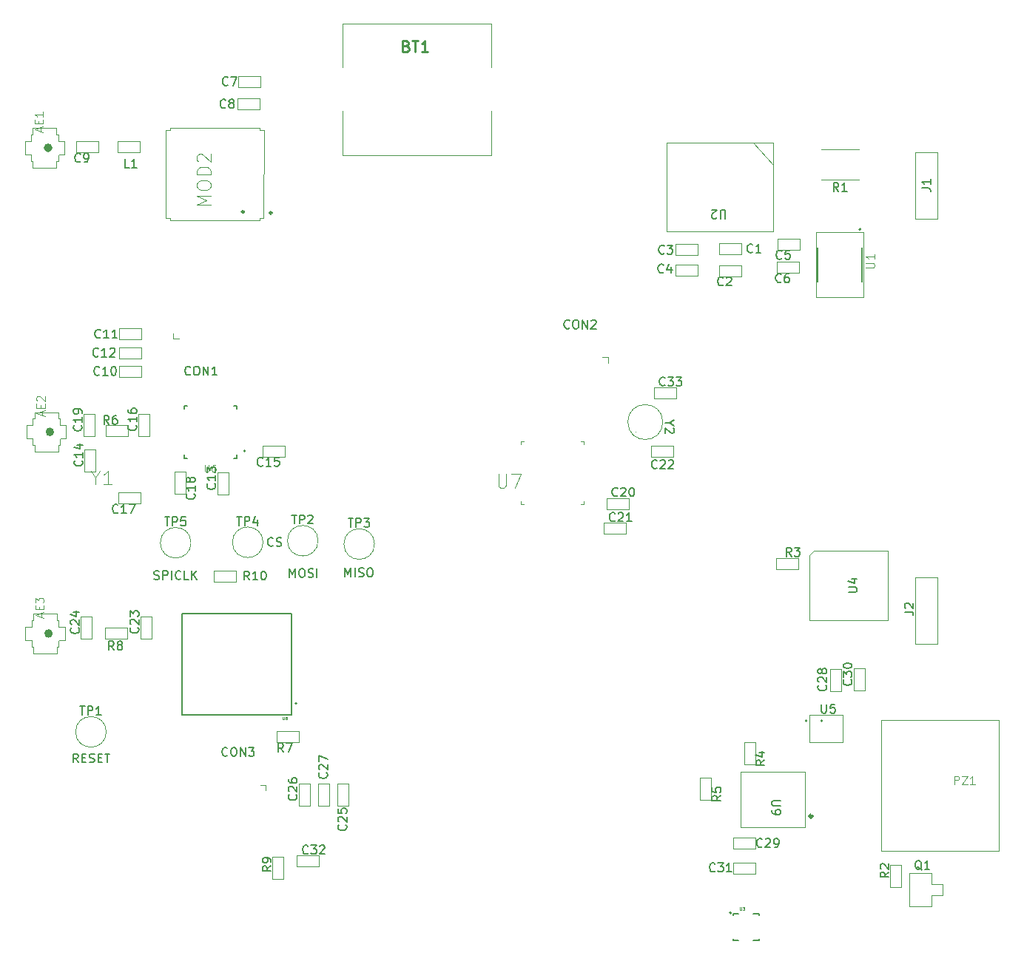
<source format=gbr>
%TF.GenerationSoftware,KiCad,Pcbnew,(5.99.0-10506-gb986797469)*%
%TF.CreationDate,2021-06-04T08:44:58+02:00*%
%TF.ProjectId,LoRa tracker,4c6f5261-2074-4726-9163-6b65722e6b69,rev?*%
%TF.SameCoordinates,Original*%
%TF.FileFunction,Legend,Top*%
%TF.FilePolarity,Positive*%
%FSLAX46Y46*%
G04 Gerber Fmt 4.6, Leading zero omitted, Abs format (unit mm)*
G04 Created by KiCad (PCBNEW (5.99.0-10506-gb986797469)) date 2021-06-04 08:44:58*
%MOMM*%
%LPD*%
G01*
G04 APERTURE LIST*
%ADD10C,0.150000*%
%ADD11C,0.015000*%
%ADD12C,0.254000*%
%ADD13C,0.120000*%
%ADD14C,0.177800*%
%ADD15C,0.127000*%
%ADD16C,0.472311*%
%ADD17C,0.200000*%
%ADD18C,0.342843*%
%ADD19C,0.160000*%
%ADD20C,0.100000*%
%ADD21C,0.242809*%
G04 APERTURE END LIST*
D10*
%TO.C,Y2*%
X149533809Y-132453809D02*
X149057619Y-132453809D01*
X150057619Y-132120476D02*
X149533809Y-132453809D01*
X150057619Y-132787142D01*
X149962380Y-133072857D02*
X150010000Y-133120476D01*
X150057619Y-133215714D01*
X150057619Y-133453809D01*
X150010000Y-133549047D01*
X149962380Y-133596666D01*
X149867142Y-133644285D01*
X149771904Y-133644285D01*
X149629047Y-133596666D01*
X149057619Y-133025238D01*
X149057619Y-133644285D01*
D11*
%TO.C,U7*%
X129944150Y-138313607D02*
X129944150Y-139588448D01*
X130019140Y-139738429D01*
X130094131Y-139813420D01*
X130244112Y-139888410D01*
X130544075Y-139888410D01*
X130694056Y-139813420D01*
X130769046Y-139738429D01*
X130844037Y-139588448D01*
X130844037Y-138313607D01*
X131443962Y-138313607D02*
X132493831Y-138313607D01*
X131818915Y-139888410D01*
D10*
%TO.C,CON2*%
X138090714Y-121587142D02*
X138043095Y-121634761D01*
X137900238Y-121682380D01*
X137805000Y-121682380D01*
X137662142Y-121634761D01*
X137566904Y-121539523D01*
X137519285Y-121444285D01*
X137471666Y-121253809D01*
X137471666Y-121110952D01*
X137519285Y-120920476D01*
X137566904Y-120825238D01*
X137662142Y-120730000D01*
X137805000Y-120682380D01*
X137900238Y-120682380D01*
X138043095Y-120730000D01*
X138090714Y-120777619D01*
X138709761Y-120682380D02*
X138900238Y-120682380D01*
X138995476Y-120730000D01*
X139090714Y-120825238D01*
X139138333Y-121015714D01*
X139138333Y-121349047D01*
X139090714Y-121539523D01*
X138995476Y-121634761D01*
X138900238Y-121682380D01*
X138709761Y-121682380D01*
X138614523Y-121634761D01*
X138519285Y-121539523D01*
X138471666Y-121349047D01*
X138471666Y-121015714D01*
X138519285Y-120825238D01*
X138614523Y-120730000D01*
X138709761Y-120682380D01*
X139566904Y-121682380D02*
X139566904Y-120682380D01*
X140138333Y-121682380D01*
X140138333Y-120682380D01*
X140566904Y-120777619D02*
X140614523Y-120730000D01*
X140709761Y-120682380D01*
X140947857Y-120682380D01*
X141043095Y-120730000D01*
X141090714Y-120777619D01*
X141138333Y-120872857D01*
X141138333Y-120968095D01*
X141090714Y-121110952D01*
X140519285Y-121682380D01*
X141138333Y-121682380D01*
%TO.C,C33*%
X148997142Y-128147142D02*
X148949523Y-128194761D01*
X148806666Y-128242380D01*
X148711428Y-128242380D01*
X148568571Y-128194761D01*
X148473333Y-128099523D01*
X148425714Y-128004285D01*
X148378095Y-127813809D01*
X148378095Y-127670952D01*
X148425714Y-127480476D01*
X148473333Y-127385238D01*
X148568571Y-127290000D01*
X148711428Y-127242380D01*
X148806666Y-127242380D01*
X148949523Y-127290000D01*
X148997142Y-127337619D01*
X149330476Y-127242380D02*
X149949523Y-127242380D01*
X149616190Y-127623333D01*
X149759047Y-127623333D01*
X149854285Y-127670952D01*
X149901904Y-127718571D01*
X149949523Y-127813809D01*
X149949523Y-128051904D01*
X149901904Y-128147142D01*
X149854285Y-128194761D01*
X149759047Y-128242380D01*
X149473333Y-128242380D01*
X149378095Y-128194761D01*
X149330476Y-128147142D01*
X150282857Y-127242380D02*
X150901904Y-127242380D01*
X150568571Y-127623333D01*
X150711428Y-127623333D01*
X150806666Y-127670952D01*
X150854285Y-127718571D01*
X150901904Y-127813809D01*
X150901904Y-128051904D01*
X150854285Y-128147142D01*
X150806666Y-128194761D01*
X150711428Y-128242380D01*
X150425714Y-128242380D01*
X150330476Y-128194761D01*
X150282857Y-128147142D01*
%TO.C,C22*%
X148087142Y-137607142D02*
X148039523Y-137654761D01*
X147896666Y-137702380D01*
X147801428Y-137702380D01*
X147658571Y-137654761D01*
X147563333Y-137559523D01*
X147515714Y-137464285D01*
X147468095Y-137273809D01*
X147468095Y-137130952D01*
X147515714Y-136940476D01*
X147563333Y-136845238D01*
X147658571Y-136750000D01*
X147801428Y-136702380D01*
X147896666Y-136702380D01*
X148039523Y-136750000D01*
X148087142Y-136797619D01*
X148468095Y-136797619D02*
X148515714Y-136750000D01*
X148610952Y-136702380D01*
X148849047Y-136702380D01*
X148944285Y-136750000D01*
X148991904Y-136797619D01*
X149039523Y-136892857D01*
X149039523Y-136988095D01*
X148991904Y-137130952D01*
X148420476Y-137702380D01*
X149039523Y-137702380D01*
X149420476Y-136797619D02*
X149468095Y-136750000D01*
X149563333Y-136702380D01*
X149801428Y-136702380D01*
X149896666Y-136750000D01*
X149944285Y-136797619D01*
X149991904Y-136892857D01*
X149991904Y-136988095D01*
X149944285Y-137130952D01*
X149372857Y-137702380D01*
X149991904Y-137702380D01*
%TO.C,C21*%
X143288142Y-143664142D02*
X143240523Y-143711761D01*
X143097666Y-143759380D01*
X143002428Y-143759380D01*
X142859571Y-143711761D01*
X142764333Y-143616523D01*
X142716714Y-143521285D01*
X142669095Y-143330809D01*
X142669095Y-143187952D01*
X142716714Y-142997476D01*
X142764333Y-142902238D01*
X142859571Y-142807000D01*
X143002428Y-142759380D01*
X143097666Y-142759380D01*
X143240523Y-142807000D01*
X143288142Y-142854619D01*
X143669095Y-142854619D02*
X143716714Y-142807000D01*
X143811952Y-142759380D01*
X144050047Y-142759380D01*
X144145285Y-142807000D01*
X144192904Y-142854619D01*
X144240523Y-142949857D01*
X144240523Y-143045095D01*
X144192904Y-143187952D01*
X143621476Y-143759380D01*
X144240523Y-143759380D01*
X145192904Y-143759380D02*
X144621476Y-143759380D01*
X144907190Y-143759380D02*
X144907190Y-142759380D01*
X144811952Y-142902238D01*
X144716714Y-142997476D01*
X144621476Y-143045095D01*
%TO.C,C20*%
X143592142Y-140792142D02*
X143544523Y-140839761D01*
X143401666Y-140887380D01*
X143306428Y-140887380D01*
X143163571Y-140839761D01*
X143068333Y-140744523D01*
X143020714Y-140649285D01*
X142973095Y-140458809D01*
X142973095Y-140315952D01*
X143020714Y-140125476D01*
X143068333Y-140030238D01*
X143163571Y-139935000D01*
X143306428Y-139887380D01*
X143401666Y-139887380D01*
X143544523Y-139935000D01*
X143592142Y-139982619D01*
X143973095Y-139982619D02*
X144020714Y-139935000D01*
X144115952Y-139887380D01*
X144354047Y-139887380D01*
X144449285Y-139935000D01*
X144496904Y-139982619D01*
X144544523Y-140077857D01*
X144544523Y-140173095D01*
X144496904Y-140315952D01*
X143925476Y-140887380D01*
X144544523Y-140887380D01*
X145163571Y-139887380D02*
X145258809Y-139887380D01*
X145354047Y-139935000D01*
X145401666Y-139982619D01*
X145449285Y-140077857D01*
X145496904Y-140268333D01*
X145496904Y-140506428D01*
X145449285Y-140696904D01*
X145401666Y-140792142D01*
X145354047Y-140839761D01*
X145258809Y-140887380D01*
X145163571Y-140887380D01*
X145068333Y-140839761D01*
X145020714Y-140792142D01*
X144973095Y-140696904D01*
X144925476Y-140506428D01*
X144925476Y-140268333D01*
X144973095Y-140077857D01*
X145020714Y-139982619D01*
X145068333Y-139935000D01*
X145163571Y-139887380D01*
%TO.C,C4*%
X148839333Y-115209142D02*
X148791714Y-115256761D01*
X148648857Y-115304380D01*
X148553619Y-115304380D01*
X148410761Y-115256761D01*
X148315523Y-115161523D01*
X148267904Y-115066285D01*
X148220285Y-114875809D01*
X148220285Y-114732952D01*
X148267904Y-114542476D01*
X148315523Y-114447238D01*
X148410761Y-114352000D01*
X148553619Y-114304380D01*
X148648857Y-114304380D01*
X148791714Y-114352000D01*
X148839333Y-114399619D01*
X149696476Y-114637714D02*
X149696476Y-115304380D01*
X149458380Y-114256761D02*
X149220285Y-114971047D01*
X149839333Y-114971047D01*
%TO.C,C2*%
X155663333Y-116667142D02*
X155615714Y-116714761D01*
X155472857Y-116762380D01*
X155377619Y-116762380D01*
X155234761Y-116714761D01*
X155139523Y-116619523D01*
X155091904Y-116524285D01*
X155044285Y-116333809D01*
X155044285Y-116190952D01*
X155091904Y-116000476D01*
X155139523Y-115905238D01*
X155234761Y-115810000D01*
X155377619Y-115762380D01*
X155472857Y-115762380D01*
X155615714Y-115810000D01*
X155663333Y-115857619D01*
X156044285Y-115857619D02*
X156091904Y-115810000D01*
X156187142Y-115762380D01*
X156425238Y-115762380D01*
X156520476Y-115810000D01*
X156568095Y-115857619D01*
X156615714Y-115952857D01*
X156615714Y-116048095D01*
X156568095Y-116190952D01*
X155996666Y-116762380D01*
X156615714Y-116762380D01*
%TO.C,CON3*%
X98949462Y-170559258D02*
X98901843Y-170606877D01*
X98758986Y-170654496D01*
X98663748Y-170654496D01*
X98520890Y-170606877D01*
X98425652Y-170511639D01*
X98378033Y-170416401D01*
X98330414Y-170225925D01*
X98330414Y-170083068D01*
X98378033Y-169892592D01*
X98425652Y-169797354D01*
X98520890Y-169702116D01*
X98663748Y-169654496D01*
X98758986Y-169654496D01*
X98901843Y-169702116D01*
X98949462Y-169749735D01*
X99568509Y-169654496D02*
X99758986Y-169654496D01*
X99854224Y-169702116D01*
X99949462Y-169797354D01*
X99997081Y-169987830D01*
X99997081Y-170321163D01*
X99949462Y-170511639D01*
X99854224Y-170606877D01*
X99758986Y-170654496D01*
X99568509Y-170654496D01*
X99473271Y-170606877D01*
X99378033Y-170511639D01*
X99330414Y-170321163D01*
X99330414Y-169987830D01*
X99378033Y-169797354D01*
X99473271Y-169702116D01*
X99568509Y-169654496D01*
X100425652Y-170654496D02*
X100425652Y-169654496D01*
X100997081Y-170654496D01*
X100997081Y-169654496D01*
X101378033Y-169654496D02*
X101997081Y-169654496D01*
X101663748Y-170035449D01*
X101806605Y-170035449D01*
X101901843Y-170083068D01*
X101949462Y-170130687D01*
X101997081Y-170225925D01*
X101997081Y-170464020D01*
X101949462Y-170559258D01*
X101901843Y-170606877D01*
X101806605Y-170654496D01*
X101520890Y-170654496D01*
X101425652Y-170606877D01*
X101378033Y-170559258D01*
%TO.C,C7*%
X98982081Y-93749258D02*
X98934462Y-93796877D01*
X98791605Y-93844496D01*
X98696367Y-93844496D01*
X98553509Y-93796877D01*
X98458271Y-93701639D01*
X98410652Y-93606401D01*
X98363033Y-93415925D01*
X98363033Y-93273068D01*
X98410652Y-93082592D01*
X98458271Y-92987354D01*
X98553509Y-92892116D01*
X98696367Y-92844496D01*
X98791605Y-92844496D01*
X98934462Y-92892116D01*
X98982081Y-92939735D01*
X99315414Y-92844496D02*
X99982081Y-92844496D01*
X99553509Y-93844496D01*
%TO.C,C10*%
X84285890Y-126929258D02*
X84238271Y-126976877D01*
X84095414Y-127024496D01*
X84000176Y-127024496D01*
X83857319Y-126976877D01*
X83762081Y-126881639D01*
X83714462Y-126786401D01*
X83666843Y-126595925D01*
X83666843Y-126453068D01*
X83714462Y-126262592D01*
X83762081Y-126167354D01*
X83857319Y-126072116D01*
X84000176Y-126024496D01*
X84095414Y-126024496D01*
X84238271Y-126072116D01*
X84285890Y-126119735D01*
X85238271Y-127024496D02*
X84666843Y-127024496D01*
X84952557Y-127024496D02*
X84952557Y-126024496D01*
X84857319Y-126167354D01*
X84762081Y-126262592D01*
X84666843Y-126310211D01*
X85857319Y-126024496D02*
X85952557Y-126024496D01*
X86047795Y-126072116D01*
X86095414Y-126119735D01*
X86143033Y-126214973D01*
X86190652Y-126405449D01*
X86190652Y-126643544D01*
X86143033Y-126834020D01*
X86095414Y-126929258D01*
X86047795Y-126976877D01*
X85952557Y-127024496D01*
X85857319Y-127024496D01*
X85762081Y-126976877D01*
X85714462Y-126929258D01*
X85666843Y-126834020D01*
X85619224Y-126643544D01*
X85619224Y-126405449D01*
X85666843Y-126214973D01*
X85714462Y-126119735D01*
X85762081Y-126072116D01*
X85857319Y-126024496D01*
%TO.C,C27*%
X110295890Y-172554973D02*
X110343509Y-172602592D01*
X110391128Y-172745449D01*
X110391128Y-172840687D01*
X110343509Y-172983544D01*
X110248271Y-173078782D01*
X110153033Y-173126401D01*
X109962557Y-173174020D01*
X109819700Y-173174020D01*
X109629224Y-173126401D01*
X109533986Y-173078782D01*
X109438748Y-172983544D01*
X109391128Y-172840687D01*
X109391128Y-172745449D01*
X109438748Y-172602592D01*
X109486367Y-172554973D01*
X109486367Y-172174020D02*
X109438748Y-172126401D01*
X109391128Y-172031163D01*
X109391128Y-171793068D01*
X109438748Y-171697830D01*
X109486367Y-171650211D01*
X109581605Y-171602592D01*
X109676843Y-171602592D01*
X109819700Y-171650211D01*
X110391128Y-172221639D01*
X110391128Y-171602592D01*
X109391128Y-171269258D02*
X109391128Y-170602592D01*
X110391128Y-171031163D01*
%TO.C,TP2*%
X106296843Y-143026496D02*
X106868271Y-143026496D01*
X106582557Y-144026496D02*
X106582557Y-143026496D01*
X107201605Y-144026496D02*
X107201605Y-143026496D01*
X107582557Y-143026496D01*
X107677795Y-143074116D01*
X107725414Y-143121735D01*
X107773033Y-143216973D01*
X107773033Y-143359830D01*
X107725414Y-143455068D01*
X107677795Y-143502687D01*
X107582557Y-143550306D01*
X107201605Y-143550306D01*
X108153986Y-143121735D02*
X108201605Y-143074116D01*
X108296843Y-143026496D01*
X108534938Y-143026496D01*
X108630176Y-143074116D01*
X108677795Y-143121735D01*
X108725414Y-143216973D01*
X108725414Y-143312211D01*
X108677795Y-143455068D01*
X108106367Y-144026496D01*
X108725414Y-144026496D01*
X106047319Y-150154496D02*
X106047319Y-149154496D01*
X106380652Y-149868782D01*
X106713986Y-149154496D01*
X106713986Y-150154496D01*
X107380652Y-149154496D02*
X107571128Y-149154496D01*
X107666367Y-149202116D01*
X107761605Y-149297354D01*
X107809224Y-149487830D01*
X107809224Y-149821163D01*
X107761605Y-150011639D01*
X107666367Y-150106877D01*
X107571128Y-150154496D01*
X107380652Y-150154496D01*
X107285414Y-150106877D01*
X107190176Y-150011639D01*
X107142557Y-149821163D01*
X107142557Y-149487830D01*
X107190176Y-149297354D01*
X107285414Y-149202116D01*
X107380652Y-149154496D01*
X108190176Y-150106877D02*
X108333033Y-150154496D01*
X108571128Y-150154496D01*
X108666367Y-150106877D01*
X108713986Y-150059258D01*
X108761605Y-149964020D01*
X108761605Y-149868782D01*
X108713986Y-149773544D01*
X108666367Y-149725925D01*
X108571128Y-149678306D01*
X108380652Y-149630687D01*
X108285414Y-149583068D01*
X108237795Y-149535449D01*
X108190176Y-149440211D01*
X108190176Y-149344973D01*
X108237795Y-149249735D01*
X108285414Y-149202116D01*
X108380652Y-149154496D01*
X108618748Y-149154496D01*
X108761605Y-149202116D01*
X109190176Y-150154496D02*
X109190176Y-149154496D01*
D11*
%TO.C,U3*%
X157609743Y-187949673D02*
X157609743Y-188209175D01*
X157625007Y-188239705D01*
X157640272Y-188254969D01*
X157670802Y-188270234D01*
X157731861Y-188270234D01*
X157762391Y-188254969D01*
X157777655Y-188239705D01*
X157792920Y-188209175D01*
X157792920Y-187949673D01*
X157915039Y-187949673D02*
X158113481Y-187949673D01*
X158006628Y-188071792D01*
X158052422Y-188071792D01*
X158082952Y-188087056D01*
X158098216Y-188102321D01*
X158113481Y-188132851D01*
X158113481Y-188209175D01*
X158098216Y-188239705D01*
X158082952Y-188254969D01*
X158052422Y-188270234D01*
X157960833Y-188270234D01*
X157930304Y-188254969D01*
X157915039Y-188239705D01*
D10*
%TO.C,C5*%
X162372081Y-113629258D02*
X162324462Y-113676877D01*
X162181605Y-113724496D01*
X162086367Y-113724496D01*
X161943509Y-113676877D01*
X161848271Y-113581639D01*
X161800652Y-113486401D01*
X161753033Y-113295925D01*
X161753033Y-113153068D01*
X161800652Y-112962592D01*
X161848271Y-112867354D01*
X161943509Y-112772116D01*
X162086367Y-112724496D01*
X162181605Y-112724496D01*
X162324462Y-112772116D01*
X162372081Y-112819735D01*
X163276843Y-112724496D02*
X162800652Y-112724496D01*
X162753033Y-113200687D01*
X162800652Y-113153068D01*
X162895890Y-113105449D01*
X163133986Y-113105449D01*
X163229224Y-113153068D01*
X163276843Y-113200687D01*
X163324462Y-113295925D01*
X163324462Y-113534020D01*
X163276843Y-113629258D01*
X163229224Y-113676877D01*
X163133986Y-113724496D01*
X162895890Y-113724496D01*
X162800652Y-113676877D01*
X162753033Y-113629258D01*
D11*
%TO.C,AE3*%
X77636228Y-154704478D02*
X77636228Y-154254534D01*
X77906194Y-154794467D02*
X76961312Y-154479506D01*
X77906194Y-154164545D01*
X77411256Y-153849585D02*
X77411256Y-153534624D01*
X77906194Y-153399641D02*
X77906194Y-153849585D01*
X76961312Y-153849585D01*
X76961312Y-153399641D01*
X76961312Y-153084680D02*
X76961312Y-152499753D01*
X77321267Y-152814714D01*
X77321267Y-152679731D01*
X77366262Y-152589742D01*
X77411256Y-152544748D01*
X77501245Y-152499753D01*
X77726217Y-152499753D01*
X77816205Y-152544748D01*
X77861200Y-152589742D01*
X77906194Y-152679731D01*
X77906194Y-152949697D01*
X77861200Y-153039686D01*
X77816205Y-153084680D01*
D10*
%TO.C,J2*%
X176426128Y-154125449D02*
X177140414Y-154125449D01*
X177283271Y-154173068D01*
X177378509Y-154268306D01*
X177426128Y-154411163D01*
X177426128Y-154506401D01*
X176521367Y-153696877D02*
X176473748Y-153649258D01*
X176426128Y-153554020D01*
X176426128Y-153315925D01*
X176473748Y-153220687D01*
X176521367Y-153173068D01*
X176616605Y-153125449D01*
X176711843Y-153125449D01*
X176854700Y-153173068D01*
X177426128Y-153744496D01*
X177426128Y-153125449D01*
%TO.C,L1*%
X87712081Y-103234496D02*
X87235890Y-103234496D01*
X87235890Y-102234496D01*
X88569224Y-103234496D02*
X87997795Y-103234496D01*
X88283509Y-103234496D02*
X88283509Y-102234496D01*
X88188271Y-102377354D01*
X88093033Y-102472592D01*
X87997795Y-102520211D01*
D11*
%TO.C,U6*%
X96359224Y-137272020D02*
X96359224Y-137919639D01*
X96397319Y-137995830D01*
X96435414Y-138033925D01*
X96511605Y-138072020D01*
X96663986Y-138072020D01*
X96740176Y-138033925D01*
X96778271Y-137995830D01*
X96816367Y-137919639D01*
X96816367Y-137272020D01*
X97540176Y-137272020D02*
X97387795Y-137272020D01*
X97311605Y-137310116D01*
X97273509Y-137348211D01*
X97197319Y-137462496D01*
X97159224Y-137614877D01*
X97159224Y-137919639D01*
X97197319Y-137995830D01*
X97235414Y-138033925D01*
X97311605Y-138072020D01*
X97463986Y-138072020D01*
X97540176Y-138033925D01*
X97578271Y-137995830D01*
X97616367Y-137919639D01*
X97616367Y-137729163D01*
X97578271Y-137652973D01*
X97540176Y-137614877D01*
X97463986Y-137576782D01*
X97311605Y-137576782D01*
X97235414Y-137614877D01*
X97197319Y-137652973D01*
X97159224Y-137729163D01*
D10*
%TO.C,C15*%
X102980890Y-137334258D02*
X102933271Y-137381877D01*
X102790414Y-137429496D01*
X102695176Y-137429496D01*
X102552319Y-137381877D01*
X102457081Y-137286639D01*
X102409462Y-137191401D01*
X102361843Y-137000925D01*
X102361843Y-136858068D01*
X102409462Y-136667592D01*
X102457081Y-136572354D01*
X102552319Y-136477116D01*
X102695176Y-136429496D01*
X102790414Y-136429496D01*
X102933271Y-136477116D01*
X102980890Y-136524735D01*
X103933271Y-137429496D02*
X103361843Y-137429496D01*
X103647557Y-137429496D02*
X103647557Y-136429496D01*
X103552319Y-136572354D01*
X103457081Y-136667592D01*
X103361843Y-136715211D01*
X104838033Y-136429496D02*
X104361843Y-136429496D01*
X104314224Y-136905687D01*
X104361843Y-136858068D01*
X104457081Y-136810449D01*
X104695176Y-136810449D01*
X104790414Y-136858068D01*
X104838033Y-136905687D01*
X104885652Y-137000925D01*
X104885652Y-137239020D01*
X104838033Y-137334258D01*
X104790414Y-137381877D01*
X104695176Y-137429496D01*
X104457081Y-137429496D01*
X104361843Y-137381877D01*
X104314224Y-137334258D01*
%TO.C,R9*%
X103935128Y-183222782D02*
X103458938Y-183556116D01*
X103935128Y-183794211D02*
X102935128Y-183794211D01*
X102935128Y-183413258D01*
X102982748Y-183318020D01*
X103030367Y-183270401D01*
X103125605Y-183222782D01*
X103268462Y-183222782D01*
X103363700Y-183270401D01*
X103411319Y-183318020D01*
X103458938Y-183413258D01*
X103458938Y-183794211D01*
X103935128Y-182746592D02*
X103935128Y-182556116D01*
X103887509Y-182460877D01*
X103839890Y-182413258D01*
X103697033Y-182318020D01*
X103506557Y-182270401D01*
X103125605Y-182270401D01*
X103030367Y-182318020D01*
X102982748Y-182365639D01*
X102935128Y-182460877D01*
X102935128Y-182651354D01*
X102982748Y-182746592D01*
X103030367Y-182794211D01*
X103125605Y-182841830D01*
X103363700Y-182841830D01*
X103458938Y-182794211D01*
X103506557Y-182746592D01*
X103554176Y-182651354D01*
X103554176Y-182460877D01*
X103506557Y-182365639D01*
X103458938Y-182318020D01*
X103363700Y-182270401D01*
%TO.C,C31*%
X154735890Y-183789258D02*
X154688271Y-183836877D01*
X154545414Y-183884496D01*
X154450176Y-183884496D01*
X154307319Y-183836877D01*
X154212081Y-183741639D01*
X154164462Y-183646401D01*
X154116843Y-183455925D01*
X154116843Y-183313068D01*
X154164462Y-183122592D01*
X154212081Y-183027354D01*
X154307319Y-182932116D01*
X154450176Y-182884496D01*
X154545414Y-182884496D01*
X154688271Y-182932116D01*
X154735890Y-182979735D01*
X155069224Y-182884496D02*
X155688271Y-182884496D01*
X155354938Y-183265449D01*
X155497795Y-183265449D01*
X155593033Y-183313068D01*
X155640652Y-183360687D01*
X155688271Y-183455925D01*
X155688271Y-183694020D01*
X155640652Y-183789258D01*
X155593033Y-183836877D01*
X155497795Y-183884496D01*
X155212081Y-183884496D01*
X155116843Y-183836877D01*
X155069224Y-183789258D01*
X156640652Y-183884496D02*
X156069224Y-183884496D01*
X156354938Y-183884496D02*
X156354938Y-182884496D01*
X156259700Y-183027354D01*
X156164462Y-183122592D01*
X156069224Y-183170211D01*
%TO.C,U9*%
X162244945Y-175755211D02*
X161435421Y-175755211D01*
X161340183Y-175802830D01*
X161292564Y-175850449D01*
X161244945Y-175945687D01*
X161244945Y-176136163D01*
X161292564Y-176231401D01*
X161340183Y-176279020D01*
X161435421Y-176326639D01*
X162244945Y-176326639D01*
X161244945Y-176850449D02*
X161244945Y-177040925D01*
X161292564Y-177136163D01*
X161340183Y-177183782D01*
X161483040Y-177279020D01*
X161673516Y-177326639D01*
X162054468Y-177326639D01*
X162149706Y-177279020D01*
X162197326Y-177231401D01*
X162244945Y-177136163D01*
X162244945Y-176945687D01*
X162197326Y-176850449D01*
X162149706Y-176802830D01*
X162054468Y-176755211D01*
X161816373Y-176755211D01*
X161721135Y-176802830D01*
X161673516Y-176850449D01*
X161625897Y-176945687D01*
X161625897Y-177136163D01*
X161673516Y-177231401D01*
X161721135Y-177279020D01*
X161816373Y-177326639D01*
%TO.C,C11*%
X84415890Y-122669258D02*
X84368271Y-122716877D01*
X84225414Y-122764496D01*
X84130176Y-122764496D01*
X83987319Y-122716877D01*
X83892081Y-122621639D01*
X83844462Y-122526401D01*
X83796843Y-122335925D01*
X83796843Y-122193068D01*
X83844462Y-122002592D01*
X83892081Y-121907354D01*
X83987319Y-121812116D01*
X84130176Y-121764496D01*
X84225414Y-121764496D01*
X84368271Y-121812116D01*
X84415890Y-121859735D01*
X85368271Y-122764496D02*
X84796843Y-122764496D01*
X85082557Y-122764496D02*
X85082557Y-121764496D01*
X84987319Y-121907354D01*
X84892081Y-122002592D01*
X84796843Y-122050211D01*
X86320652Y-122764496D02*
X85749224Y-122764496D01*
X86034938Y-122764496D02*
X86034938Y-121764496D01*
X85939700Y-121907354D01*
X85844462Y-122002592D01*
X85749224Y-122050211D01*
%TO.C,C18*%
X95140890Y-140609973D02*
X95188509Y-140657592D01*
X95236128Y-140800449D01*
X95236128Y-140895687D01*
X95188509Y-141038544D01*
X95093271Y-141133782D01*
X94998033Y-141181401D01*
X94807557Y-141229020D01*
X94664700Y-141229020D01*
X94474224Y-141181401D01*
X94378986Y-141133782D01*
X94283748Y-141038544D01*
X94236128Y-140895687D01*
X94236128Y-140800449D01*
X94283748Y-140657592D01*
X94331367Y-140609973D01*
X95236128Y-139657592D02*
X95236128Y-140229020D01*
X95236128Y-139943306D02*
X94236128Y-139943306D01*
X94378986Y-140038544D01*
X94474224Y-140133782D01*
X94521843Y-140229020D01*
X94664700Y-139086163D02*
X94617081Y-139181401D01*
X94569462Y-139229020D01*
X94474224Y-139276639D01*
X94426605Y-139276639D01*
X94331367Y-139229020D01*
X94283748Y-139181401D01*
X94236128Y-139086163D01*
X94236128Y-138895687D01*
X94283748Y-138800449D01*
X94331367Y-138752830D01*
X94426605Y-138705211D01*
X94474224Y-138705211D01*
X94569462Y-138752830D01*
X94617081Y-138800449D01*
X94664700Y-138895687D01*
X94664700Y-139086163D01*
X94712319Y-139181401D01*
X94759938Y-139229020D01*
X94855176Y-139276639D01*
X95045652Y-139276639D01*
X95140890Y-139229020D01*
X95188509Y-139181401D01*
X95236128Y-139086163D01*
X95236128Y-138895687D01*
X95188509Y-138800449D01*
X95140890Y-138752830D01*
X95045652Y-138705211D01*
X94855176Y-138705211D01*
X94759938Y-138752830D01*
X94712319Y-138800449D01*
X94664700Y-138895687D01*
%TO.C,R2*%
X174631128Y-183928782D02*
X174154938Y-184262116D01*
X174631128Y-184500211D02*
X173631128Y-184500211D01*
X173631128Y-184119258D01*
X173678748Y-184024020D01*
X173726367Y-183976401D01*
X173821605Y-183928782D01*
X173964462Y-183928782D01*
X174059700Y-183976401D01*
X174107319Y-184024020D01*
X174154938Y-184119258D01*
X174154938Y-184500211D01*
X173726367Y-183547830D02*
X173678748Y-183500211D01*
X173631128Y-183404973D01*
X173631128Y-183166877D01*
X173678748Y-183071639D01*
X173726367Y-183024020D01*
X173821605Y-182976401D01*
X173916843Y-182976401D01*
X174059700Y-183024020D01*
X174631128Y-183595449D01*
X174631128Y-182976401D01*
%TO.C,C19*%
X82210890Y-132759973D02*
X82258509Y-132807592D01*
X82306128Y-132950449D01*
X82306128Y-133045687D01*
X82258509Y-133188544D01*
X82163271Y-133283782D01*
X82068033Y-133331401D01*
X81877557Y-133379020D01*
X81734700Y-133379020D01*
X81544224Y-133331401D01*
X81448986Y-133283782D01*
X81353748Y-133188544D01*
X81306128Y-133045687D01*
X81306128Y-132950449D01*
X81353748Y-132807592D01*
X81401367Y-132759973D01*
X82306128Y-131807592D02*
X82306128Y-132379020D01*
X82306128Y-132093306D02*
X81306128Y-132093306D01*
X81448986Y-132188544D01*
X81544224Y-132283782D01*
X81591843Y-132379020D01*
X82306128Y-131331401D02*
X82306128Y-131140925D01*
X82258509Y-131045687D01*
X82210890Y-130998068D01*
X82068033Y-130902830D01*
X81877557Y-130855211D01*
X81496605Y-130855211D01*
X81401367Y-130902830D01*
X81353748Y-130950449D01*
X81306128Y-131045687D01*
X81306128Y-131236163D01*
X81353748Y-131331401D01*
X81401367Y-131379020D01*
X81496605Y-131426639D01*
X81734700Y-131426639D01*
X81829938Y-131379020D01*
X81877557Y-131331401D01*
X81925176Y-131236163D01*
X81925176Y-131045687D01*
X81877557Y-130950449D01*
X81829938Y-130902830D01*
X81734700Y-130855211D01*
D11*
%TO.C,PZ1*%
X182141391Y-173859562D02*
X182141391Y-172914680D01*
X182501346Y-172914680D01*
X182591335Y-172959675D01*
X182636329Y-173004669D01*
X182681323Y-173094658D01*
X182681323Y-173229641D01*
X182636329Y-173319630D01*
X182591335Y-173364624D01*
X182501346Y-173409618D01*
X182141391Y-173409618D01*
X182996284Y-172914680D02*
X183626205Y-172914680D01*
X182996284Y-173859562D01*
X183626205Y-173859562D01*
X184481099Y-173859562D02*
X183941166Y-173859562D01*
X184211132Y-173859562D02*
X184211132Y-172914680D01*
X184121144Y-173049663D01*
X184031155Y-173139652D01*
X183941166Y-173184646D01*
D10*
%TO.C,Q1*%
X178383509Y-183699735D02*
X178288271Y-183652116D01*
X178193033Y-183556877D01*
X178050176Y-183414020D01*
X177954938Y-183366401D01*
X177859700Y-183366401D01*
X177907319Y-183604496D02*
X177812081Y-183556877D01*
X177716843Y-183461639D01*
X177669224Y-183271163D01*
X177669224Y-182937830D01*
X177716843Y-182747354D01*
X177812081Y-182652116D01*
X177907319Y-182604496D01*
X178097795Y-182604496D01*
X178193033Y-182652116D01*
X178288271Y-182747354D01*
X178335890Y-182937830D01*
X178335890Y-183271163D01*
X178288271Y-183461639D01*
X178193033Y-183556877D01*
X178097795Y-183604496D01*
X177907319Y-183604496D01*
X179288271Y-183604496D02*
X178716843Y-183604496D01*
X179002557Y-183604496D02*
X179002557Y-182604496D01*
X178907319Y-182747354D01*
X178812081Y-182842592D01*
X178716843Y-182890211D01*
%TO.C,U5*%
X166920343Y-164713996D02*
X166920343Y-165523520D01*
X166967962Y-165618758D01*
X167015581Y-165666377D01*
X167110819Y-165713996D01*
X167301295Y-165713996D01*
X167396533Y-165666377D01*
X167444152Y-165618758D01*
X167491771Y-165523520D01*
X167491771Y-164713996D01*
X168444152Y-164713996D02*
X167967962Y-164713996D01*
X167920343Y-165190187D01*
X167967962Y-165142568D01*
X168063200Y-165094949D01*
X168301295Y-165094949D01*
X168396533Y-165142568D01*
X168444152Y-165190187D01*
X168491771Y-165285425D01*
X168491771Y-165523520D01*
X168444152Y-165618758D01*
X168396533Y-165666377D01*
X168301295Y-165713996D01*
X168063200Y-165713996D01*
X167967962Y-165666377D01*
X167920343Y-165618758D01*
%TO.C,U4*%
X170001128Y-151854020D02*
X170810652Y-151854020D01*
X170905890Y-151806401D01*
X170953509Y-151758782D01*
X171001128Y-151663544D01*
X171001128Y-151473068D01*
X170953509Y-151377830D01*
X170905890Y-151330211D01*
X170810652Y-151282592D01*
X170001128Y-151282592D01*
X170334462Y-150377830D02*
X171001128Y-150377830D01*
X169953509Y-150615925D02*
X170667795Y-150854020D01*
X170667795Y-150234973D01*
%TO.C,R6*%
X85393333Y-132622380D02*
X85060000Y-132146190D01*
X84821904Y-132622380D02*
X84821904Y-131622380D01*
X85202857Y-131622380D01*
X85298095Y-131670000D01*
X85345714Y-131717619D01*
X85393333Y-131812857D01*
X85393333Y-131955714D01*
X85345714Y-132050952D01*
X85298095Y-132098571D01*
X85202857Y-132146190D01*
X84821904Y-132146190D01*
X86250476Y-131622380D02*
X86060000Y-131622380D01*
X85964761Y-131670000D01*
X85917142Y-131717619D01*
X85821904Y-131860476D01*
X85774285Y-132050952D01*
X85774285Y-132431904D01*
X85821904Y-132527142D01*
X85869523Y-132574761D01*
X85964761Y-132622380D01*
X86155238Y-132622380D01*
X86250476Y-132574761D01*
X86298095Y-132527142D01*
X86345714Y-132431904D01*
X86345714Y-132193809D01*
X86298095Y-132098571D01*
X86250476Y-132050952D01*
X86155238Y-132003333D01*
X85964761Y-132003333D01*
X85869523Y-132050952D01*
X85821904Y-132098571D01*
X85774285Y-132193809D01*
%TO.C,C26*%
X106805890Y-175054973D02*
X106853509Y-175102592D01*
X106901128Y-175245449D01*
X106901128Y-175340687D01*
X106853509Y-175483544D01*
X106758271Y-175578782D01*
X106663033Y-175626401D01*
X106472557Y-175674020D01*
X106329700Y-175674020D01*
X106139224Y-175626401D01*
X106043986Y-175578782D01*
X105948748Y-175483544D01*
X105901128Y-175340687D01*
X105901128Y-175245449D01*
X105948748Y-175102592D01*
X105996367Y-175054973D01*
X105996367Y-174674020D02*
X105948748Y-174626401D01*
X105901128Y-174531163D01*
X105901128Y-174293068D01*
X105948748Y-174197830D01*
X105996367Y-174150211D01*
X106091605Y-174102592D01*
X106186843Y-174102592D01*
X106329700Y-174150211D01*
X106901128Y-174721639D01*
X106901128Y-174102592D01*
X105901128Y-173245449D02*
X105901128Y-173435925D01*
X105948748Y-173531163D01*
X105996367Y-173578782D01*
X106139224Y-173674020D01*
X106329700Y-173721639D01*
X106710652Y-173721639D01*
X106805890Y-173674020D01*
X106853509Y-173626401D01*
X106901128Y-173531163D01*
X106901128Y-173340687D01*
X106853509Y-173245449D01*
X106805890Y-173197830D01*
X106710652Y-173150211D01*
X106472557Y-173150211D01*
X106377319Y-173197830D01*
X106329700Y-173245449D01*
X106282081Y-173340687D01*
X106282081Y-173531163D01*
X106329700Y-173626401D01*
X106377319Y-173674020D01*
X106472557Y-173721639D01*
%TO.C,J1*%
X178391128Y-105565449D02*
X179105414Y-105565449D01*
X179248271Y-105613068D01*
X179343509Y-105708306D01*
X179391128Y-105851163D01*
X179391128Y-105946401D01*
X179391128Y-104565449D02*
X179391128Y-105136877D01*
X179391128Y-104851163D02*
X178391128Y-104851163D01*
X178533986Y-104946401D01*
X178629224Y-105041639D01*
X178676843Y-105136877D01*
%TO.C,C30*%
X170315890Y-161892130D02*
X170363509Y-161939749D01*
X170411128Y-162082606D01*
X170411128Y-162177844D01*
X170363509Y-162320701D01*
X170268271Y-162415939D01*
X170173033Y-162463558D01*
X169982557Y-162511177D01*
X169839700Y-162511177D01*
X169649224Y-162463558D01*
X169553986Y-162415939D01*
X169458748Y-162320701D01*
X169411128Y-162177844D01*
X169411128Y-162082606D01*
X169458748Y-161939749D01*
X169506367Y-161892130D01*
X169411128Y-161558796D02*
X169411128Y-160939749D01*
X169792081Y-161273082D01*
X169792081Y-161130225D01*
X169839700Y-161034987D01*
X169887319Y-160987368D01*
X169982557Y-160939749D01*
X170220652Y-160939749D01*
X170315890Y-160987368D01*
X170363509Y-161034987D01*
X170411128Y-161130225D01*
X170411128Y-161415939D01*
X170363509Y-161511177D01*
X170315890Y-161558796D01*
X169411128Y-160320701D02*
X169411128Y-160225463D01*
X169458748Y-160130225D01*
X169506367Y-160082606D01*
X169601605Y-160034987D01*
X169792081Y-159987368D01*
X170030176Y-159987368D01*
X170220652Y-160034987D01*
X170315890Y-160082606D01*
X170363509Y-160130225D01*
X170411128Y-160225463D01*
X170411128Y-160320701D01*
X170363509Y-160415939D01*
X170315890Y-160463558D01*
X170220652Y-160511177D01*
X170030176Y-160558796D01*
X169792081Y-160558796D01*
X169601605Y-160511177D01*
X169506367Y-160463558D01*
X169458748Y-160415939D01*
X169411128Y-160320701D01*
%TO.C,C6*%
X162302081Y-116299258D02*
X162254462Y-116346877D01*
X162111605Y-116394496D01*
X162016367Y-116394496D01*
X161873509Y-116346877D01*
X161778271Y-116251639D01*
X161730652Y-116156401D01*
X161683033Y-115965925D01*
X161683033Y-115823068D01*
X161730652Y-115632592D01*
X161778271Y-115537354D01*
X161873509Y-115442116D01*
X162016367Y-115394496D01*
X162111605Y-115394496D01*
X162254462Y-115442116D01*
X162302081Y-115489735D01*
X163159224Y-115394496D02*
X162968748Y-115394496D01*
X162873509Y-115442116D01*
X162825890Y-115489735D01*
X162730652Y-115632592D01*
X162683033Y-115823068D01*
X162683033Y-116204020D01*
X162730652Y-116299258D01*
X162778271Y-116346877D01*
X162873509Y-116394496D01*
X163063986Y-116394496D01*
X163159224Y-116346877D01*
X163206843Y-116299258D01*
X163254462Y-116204020D01*
X163254462Y-115965925D01*
X163206843Y-115870687D01*
X163159224Y-115823068D01*
X163063986Y-115775449D01*
X162873509Y-115775449D01*
X162778271Y-115823068D01*
X162730652Y-115870687D01*
X162683033Y-115965925D01*
%TO.C,U2*%
X155923652Y-109067735D02*
X155923652Y-108258211D01*
X155876033Y-108162973D01*
X155828414Y-108115354D01*
X155733176Y-108067735D01*
X155542700Y-108067735D01*
X155447462Y-108115354D01*
X155399843Y-108162973D01*
X155352224Y-108258211D01*
X155352224Y-109067735D01*
X154923652Y-108972496D02*
X154876033Y-109020116D01*
X154780795Y-109067735D01*
X154542700Y-109067735D01*
X154447462Y-109020116D01*
X154399843Y-108972496D01*
X154352224Y-108877258D01*
X154352224Y-108782020D01*
X154399843Y-108639163D01*
X154971271Y-108067735D01*
X154352224Y-108067735D01*
%TO.C,R10*%
X101455890Y-150464496D02*
X101122557Y-149988306D01*
X100884462Y-150464496D02*
X100884462Y-149464496D01*
X101265414Y-149464496D01*
X101360652Y-149512116D01*
X101408271Y-149559735D01*
X101455890Y-149654973D01*
X101455890Y-149797830D01*
X101408271Y-149893068D01*
X101360652Y-149940687D01*
X101265414Y-149988306D01*
X100884462Y-149988306D01*
X102408271Y-150464496D02*
X101836843Y-150464496D01*
X102122557Y-150464496D02*
X102122557Y-149464496D01*
X102027319Y-149607354D01*
X101932081Y-149702592D01*
X101836843Y-149750211D01*
X103027319Y-149464496D02*
X103122557Y-149464496D01*
X103217795Y-149512116D01*
X103265414Y-149559735D01*
X103313033Y-149654973D01*
X103360652Y-149845449D01*
X103360652Y-150083544D01*
X103313033Y-150274020D01*
X103265414Y-150369258D01*
X103217795Y-150416877D01*
X103122557Y-150464496D01*
X103027319Y-150464496D01*
X102932081Y-150416877D01*
X102884462Y-150369258D01*
X102836843Y-150274020D01*
X102789224Y-150083544D01*
X102789224Y-149845449D01*
X102836843Y-149654973D01*
X102884462Y-149559735D01*
X102932081Y-149512116D01*
X103027319Y-149464496D01*
%TO.C,R5*%
X155406128Y-175153782D02*
X154929938Y-175487116D01*
X155406128Y-175725211D02*
X154406128Y-175725211D01*
X154406128Y-175344258D01*
X154453748Y-175249020D01*
X154501367Y-175201401D01*
X154596605Y-175153782D01*
X154739462Y-175153782D01*
X154834700Y-175201401D01*
X154882319Y-175249020D01*
X154929938Y-175344258D01*
X154929938Y-175725211D01*
X154406128Y-174249020D02*
X154406128Y-174725211D01*
X154882319Y-174772830D01*
X154834700Y-174725211D01*
X154787081Y-174629973D01*
X154787081Y-174391877D01*
X154834700Y-174296639D01*
X154882319Y-174249020D01*
X154977557Y-174201401D01*
X155215652Y-174201401D01*
X155310890Y-174249020D01*
X155358509Y-174296639D01*
X155406128Y-174391877D01*
X155406128Y-174629973D01*
X155358509Y-174725211D01*
X155310890Y-174772830D01*
%TO.C,C1*%
X159042081Y-112899258D02*
X158994462Y-112946877D01*
X158851605Y-112994496D01*
X158756367Y-112994496D01*
X158613509Y-112946877D01*
X158518271Y-112851639D01*
X158470652Y-112756401D01*
X158423033Y-112565925D01*
X158423033Y-112423068D01*
X158470652Y-112232592D01*
X158518271Y-112137354D01*
X158613509Y-112042116D01*
X158756367Y-111994496D01*
X158851605Y-111994496D01*
X158994462Y-112042116D01*
X159042081Y-112089735D01*
X159994462Y-112994496D02*
X159423033Y-112994496D01*
X159708748Y-112994496D02*
X159708748Y-111994496D01*
X159613509Y-112137354D01*
X159518271Y-112232592D01*
X159423033Y-112280211D01*
%TO.C,R7*%
X105348081Y-170168496D02*
X105014748Y-169692306D01*
X104776652Y-170168496D02*
X104776652Y-169168496D01*
X105157605Y-169168496D01*
X105252843Y-169216116D01*
X105300462Y-169263735D01*
X105348081Y-169358973D01*
X105348081Y-169501830D01*
X105300462Y-169597068D01*
X105252843Y-169644687D01*
X105157605Y-169692306D01*
X104776652Y-169692306D01*
X105681414Y-169168496D02*
X106348081Y-169168496D01*
X105919509Y-170168496D01*
%TO.C,C25*%
X112498890Y-178519973D02*
X112546509Y-178567592D01*
X112594128Y-178710449D01*
X112594128Y-178805687D01*
X112546509Y-178948544D01*
X112451271Y-179043782D01*
X112356033Y-179091401D01*
X112165557Y-179139020D01*
X112022700Y-179139020D01*
X111832224Y-179091401D01*
X111736986Y-179043782D01*
X111641748Y-178948544D01*
X111594128Y-178805687D01*
X111594128Y-178710449D01*
X111641748Y-178567592D01*
X111689367Y-178519973D01*
X111689367Y-178139020D02*
X111641748Y-178091401D01*
X111594128Y-177996163D01*
X111594128Y-177758068D01*
X111641748Y-177662830D01*
X111689367Y-177615211D01*
X111784605Y-177567592D01*
X111879843Y-177567592D01*
X112022700Y-177615211D01*
X112594128Y-178186639D01*
X112594128Y-177567592D01*
X111594128Y-176662830D02*
X111594128Y-177139020D01*
X112070319Y-177186639D01*
X112022700Y-177139020D01*
X111975081Y-177043782D01*
X111975081Y-176805687D01*
X112022700Y-176710449D01*
X112070319Y-176662830D01*
X112165557Y-176615211D01*
X112403652Y-176615211D01*
X112498890Y-176662830D01*
X112546509Y-176710449D01*
X112594128Y-176805687D01*
X112594128Y-177043782D01*
X112546509Y-177139020D01*
X112498890Y-177186639D01*
%TO.C,C24*%
X81905890Y-155964973D02*
X81953509Y-156012592D01*
X82001128Y-156155449D01*
X82001128Y-156250687D01*
X81953509Y-156393544D01*
X81858271Y-156488782D01*
X81763033Y-156536401D01*
X81572557Y-156584020D01*
X81429700Y-156584020D01*
X81239224Y-156536401D01*
X81143986Y-156488782D01*
X81048748Y-156393544D01*
X81001128Y-156250687D01*
X81001128Y-156155449D01*
X81048748Y-156012592D01*
X81096367Y-155964973D01*
X81096367Y-155584020D02*
X81048748Y-155536401D01*
X81001128Y-155441163D01*
X81001128Y-155203068D01*
X81048748Y-155107830D01*
X81096367Y-155060211D01*
X81191605Y-155012592D01*
X81286843Y-155012592D01*
X81429700Y-155060211D01*
X82001128Y-155631639D01*
X82001128Y-155012592D01*
X81334462Y-154155449D02*
X82001128Y-154155449D01*
X80953509Y-154393544D02*
X81667795Y-154631639D01*
X81667795Y-154012592D01*
D11*
%TO.C,U1*%
X171998128Y-114719020D02*
X172807652Y-114719020D01*
X172902890Y-114671401D01*
X172950509Y-114623782D01*
X172998128Y-114528544D01*
X172998128Y-114338068D01*
X172950509Y-114242830D01*
X172902890Y-114195211D01*
X172807652Y-114147592D01*
X171998128Y-114147592D01*
X172998128Y-113147592D02*
X172998128Y-113719020D01*
X172998128Y-113433306D02*
X171998128Y-113433306D01*
X172140986Y-113528544D01*
X172236224Y-113623782D01*
X172283843Y-113719020D01*
D10*
%TO.C,R8*%
X85962081Y-158484496D02*
X85628748Y-158008306D01*
X85390652Y-158484496D02*
X85390652Y-157484496D01*
X85771605Y-157484496D01*
X85866843Y-157532116D01*
X85914462Y-157579735D01*
X85962081Y-157674973D01*
X85962081Y-157817830D01*
X85914462Y-157913068D01*
X85866843Y-157960687D01*
X85771605Y-158008306D01*
X85390652Y-158008306D01*
X86533509Y-157913068D02*
X86438271Y-157865449D01*
X86390652Y-157817830D01*
X86343033Y-157722592D01*
X86343033Y-157674973D01*
X86390652Y-157579735D01*
X86438271Y-157532116D01*
X86533509Y-157484496D01*
X86723986Y-157484496D01*
X86819224Y-157532116D01*
X86866843Y-157579735D01*
X86914462Y-157674973D01*
X86914462Y-157722592D01*
X86866843Y-157817830D01*
X86819224Y-157865449D01*
X86723986Y-157913068D01*
X86533509Y-157913068D01*
X86438271Y-157960687D01*
X86390652Y-158008306D01*
X86343033Y-158103544D01*
X86343033Y-158294020D01*
X86390652Y-158389258D01*
X86438271Y-158436877D01*
X86533509Y-158484496D01*
X86723986Y-158484496D01*
X86819224Y-158436877D01*
X86866843Y-158389258D01*
X86914462Y-158294020D01*
X86914462Y-158103544D01*
X86866843Y-158008306D01*
X86819224Y-157960687D01*
X86723986Y-157913068D01*
D11*
%TO.C,Y1*%
X83838841Y-138778229D02*
X83838841Y-139528135D01*
X83313907Y-137953332D02*
X83838841Y-138778229D01*
X84363776Y-137953332D01*
X85713607Y-139528135D02*
X84813719Y-139528135D01*
X85263663Y-139528135D02*
X85263663Y-137953332D01*
X85113682Y-138178304D01*
X84963701Y-138328285D01*
X84813719Y-138403276D01*
D10*
%TO.C,C12*%
X84165890Y-124809258D02*
X84118271Y-124856877D01*
X83975414Y-124904496D01*
X83880176Y-124904496D01*
X83737319Y-124856877D01*
X83642081Y-124761639D01*
X83594462Y-124666401D01*
X83546843Y-124475925D01*
X83546843Y-124333068D01*
X83594462Y-124142592D01*
X83642081Y-124047354D01*
X83737319Y-123952116D01*
X83880176Y-123904496D01*
X83975414Y-123904496D01*
X84118271Y-123952116D01*
X84165890Y-123999735D01*
X85118271Y-124904496D02*
X84546843Y-124904496D01*
X84832557Y-124904496D02*
X84832557Y-123904496D01*
X84737319Y-124047354D01*
X84642081Y-124142592D01*
X84546843Y-124190211D01*
X85499224Y-123999735D02*
X85546843Y-123952116D01*
X85642081Y-123904496D01*
X85880176Y-123904496D01*
X85975414Y-123952116D01*
X86023033Y-123999735D01*
X86070652Y-124094973D01*
X86070652Y-124190211D01*
X86023033Y-124333068D01*
X85451605Y-124904496D01*
X86070652Y-124904496D01*
%TO.C,R4*%
X160416128Y-171103782D02*
X159939938Y-171437116D01*
X160416128Y-171675211D02*
X159416128Y-171675211D01*
X159416128Y-171294258D01*
X159463748Y-171199020D01*
X159511367Y-171151401D01*
X159606605Y-171103782D01*
X159749462Y-171103782D01*
X159844700Y-171151401D01*
X159892319Y-171199020D01*
X159939938Y-171294258D01*
X159939938Y-171675211D01*
X159749462Y-170246639D02*
X160416128Y-170246639D01*
X159368509Y-170484735D02*
X160082795Y-170722830D01*
X160082795Y-170103782D01*
%TO.C,TP4*%
X100006843Y-143206496D02*
X100578271Y-143206496D01*
X100292557Y-144206496D02*
X100292557Y-143206496D01*
X100911605Y-144206496D02*
X100911605Y-143206496D01*
X101292557Y-143206496D01*
X101387795Y-143254116D01*
X101435414Y-143301735D01*
X101483033Y-143396973D01*
X101483033Y-143539830D01*
X101435414Y-143635068D01*
X101387795Y-143682687D01*
X101292557Y-143730306D01*
X100911605Y-143730306D01*
X102340176Y-143539830D02*
X102340176Y-144206496D01*
X102102081Y-143158877D02*
X101863986Y-143873163D01*
X102483033Y-143873163D01*
X104162081Y-146519258D02*
X104114462Y-146566877D01*
X103971605Y-146614496D01*
X103876367Y-146614496D01*
X103733509Y-146566877D01*
X103638271Y-146471639D01*
X103590652Y-146376401D01*
X103543033Y-146185925D01*
X103543033Y-146043068D01*
X103590652Y-145852592D01*
X103638271Y-145757354D01*
X103733509Y-145662116D01*
X103876367Y-145614496D01*
X103971605Y-145614496D01*
X104114462Y-145662116D01*
X104162081Y-145709735D01*
X104543033Y-146566877D02*
X104685890Y-146614496D01*
X104923986Y-146614496D01*
X105019224Y-146566877D01*
X105066843Y-146519258D01*
X105114462Y-146424020D01*
X105114462Y-146328782D01*
X105066843Y-146233544D01*
X105019224Y-146185925D01*
X104923986Y-146138306D01*
X104733509Y-146090687D01*
X104638271Y-146043068D01*
X104590652Y-145995449D01*
X104543033Y-145900211D01*
X104543033Y-145804973D01*
X104590652Y-145709735D01*
X104638271Y-145662116D01*
X104733509Y-145614496D01*
X104971605Y-145614496D01*
X105114462Y-145662116D01*
%TO.C,TP3*%
X112756843Y-143406496D02*
X113328271Y-143406496D01*
X113042557Y-144406496D02*
X113042557Y-143406496D01*
X113661605Y-144406496D02*
X113661605Y-143406496D01*
X114042557Y-143406496D01*
X114137795Y-143454116D01*
X114185414Y-143501735D01*
X114233033Y-143596973D01*
X114233033Y-143739830D01*
X114185414Y-143835068D01*
X114137795Y-143882687D01*
X114042557Y-143930306D01*
X113661605Y-143930306D01*
X114566367Y-143406496D02*
X115185414Y-143406496D01*
X114852081Y-143787449D01*
X114994938Y-143787449D01*
X115090176Y-143835068D01*
X115137795Y-143882687D01*
X115185414Y-143977925D01*
X115185414Y-144216020D01*
X115137795Y-144311258D01*
X115090176Y-144358877D01*
X114994938Y-144406496D01*
X114709224Y-144406496D01*
X114613986Y-144358877D01*
X114566367Y-144311258D01*
X112397319Y-150104496D02*
X112397319Y-149104496D01*
X112730652Y-149818782D01*
X113063986Y-149104496D01*
X113063986Y-150104496D01*
X113540176Y-150104496D02*
X113540176Y-149104496D01*
X113968748Y-150056877D02*
X114111605Y-150104496D01*
X114349700Y-150104496D01*
X114444938Y-150056877D01*
X114492557Y-150009258D01*
X114540176Y-149914020D01*
X114540176Y-149818782D01*
X114492557Y-149723544D01*
X114444938Y-149675925D01*
X114349700Y-149628306D01*
X114159224Y-149580687D01*
X114063986Y-149533068D01*
X114016367Y-149485449D01*
X113968748Y-149390211D01*
X113968748Y-149294973D01*
X114016367Y-149199735D01*
X114063986Y-149152116D01*
X114159224Y-149104496D01*
X114397319Y-149104496D01*
X114540176Y-149152116D01*
X115159224Y-149104496D02*
X115349700Y-149104496D01*
X115444938Y-149152116D01*
X115540176Y-149247354D01*
X115587795Y-149437830D01*
X115587795Y-149771163D01*
X115540176Y-149961639D01*
X115444938Y-150056877D01*
X115349700Y-150104496D01*
X115159224Y-150104496D01*
X115063986Y-150056877D01*
X114968748Y-149961639D01*
X114921128Y-149771163D01*
X114921128Y-149437830D01*
X114968748Y-149247354D01*
X115063986Y-149152116D01*
X115159224Y-149104496D01*
%TO.C,C28*%
X167420890Y-162527130D02*
X167468509Y-162574749D01*
X167516128Y-162717606D01*
X167516128Y-162812844D01*
X167468509Y-162955701D01*
X167373271Y-163050939D01*
X167278033Y-163098558D01*
X167087557Y-163146177D01*
X166944700Y-163146177D01*
X166754224Y-163098558D01*
X166658986Y-163050939D01*
X166563748Y-162955701D01*
X166516128Y-162812844D01*
X166516128Y-162717606D01*
X166563748Y-162574749D01*
X166611367Y-162527130D01*
X166611367Y-162146177D02*
X166563748Y-162098558D01*
X166516128Y-162003320D01*
X166516128Y-161765225D01*
X166563748Y-161669987D01*
X166611367Y-161622368D01*
X166706605Y-161574749D01*
X166801843Y-161574749D01*
X166944700Y-161622368D01*
X167516128Y-162193796D01*
X167516128Y-161574749D01*
X166944700Y-161003320D02*
X166897081Y-161098558D01*
X166849462Y-161146177D01*
X166754224Y-161193796D01*
X166706605Y-161193796D01*
X166611367Y-161146177D01*
X166563748Y-161098558D01*
X166516128Y-161003320D01*
X166516128Y-160812844D01*
X166563748Y-160717606D01*
X166611367Y-160669987D01*
X166706605Y-160622368D01*
X166754224Y-160622368D01*
X166849462Y-160669987D01*
X166897081Y-160717606D01*
X166944700Y-160812844D01*
X166944700Y-161003320D01*
X166992319Y-161098558D01*
X167039938Y-161146177D01*
X167135176Y-161193796D01*
X167325652Y-161193796D01*
X167420890Y-161146177D01*
X167468509Y-161098558D01*
X167516128Y-161003320D01*
X167516128Y-160812844D01*
X167468509Y-160717606D01*
X167420890Y-160669987D01*
X167325652Y-160622368D01*
X167135176Y-160622368D01*
X167039938Y-160669987D01*
X166992319Y-160717606D01*
X166944700Y-160812844D01*
D11*
%TO.C,U8*%
X105275137Y-166137211D02*
X105275137Y-166396565D01*
X105290393Y-166427078D01*
X105305650Y-166442334D01*
X105336162Y-166457590D01*
X105397186Y-166457590D01*
X105427699Y-166442334D01*
X105442955Y-166427078D01*
X105458211Y-166396565D01*
X105458211Y-166137211D01*
X105656541Y-166274516D02*
X105626029Y-166259260D01*
X105610772Y-166244004D01*
X105595516Y-166213492D01*
X105595516Y-166198235D01*
X105610772Y-166167723D01*
X105626029Y-166152467D01*
X105656541Y-166137211D01*
X105717565Y-166137211D01*
X105748078Y-166152467D01*
X105763334Y-166167723D01*
X105778590Y-166198235D01*
X105778590Y-166213492D01*
X105763334Y-166244004D01*
X105748078Y-166259260D01*
X105717565Y-166274516D01*
X105656541Y-166274516D01*
X105626029Y-166289772D01*
X105610772Y-166305028D01*
X105595516Y-166335541D01*
X105595516Y-166396565D01*
X105610772Y-166427078D01*
X105626029Y-166442334D01*
X105656541Y-166457590D01*
X105717565Y-166457590D01*
X105748078Y-166442334D01*
X105763334Y-166427078D01*
X105778590Y-166396565D01*
X105778590Y-166335541D01*
X105763334Y-166305028D01*
X105748078Y-166289772D01*
X105717565Y-166274516D01*
D10*
%TO.C,C9*%
X82117081Y-102514258D02*
X82069462Y-102561877D01*
X81926605Y-102609496D01*
X81831367Y-102609496D01*
X81688509Y-102561877D01*
X81593271Y-102466639D01*
X81545652Y-102371401D01*
X81498033Y-102180925D01*
X81498033Y-102038068D01*
X81545652Y-101847592D01*
X81593271Y-101752354D01*
X81688509Y-101657116D01*
X81831367Y-101609496D01*
X81926605Y-101609496D01*
X82069462Y-101657116D01*
X82117081Y-101704735D01*
X82593271Y-102609496D02*
X82783748Y-102609496D01*
X82878986Y-102561877D01*
X82926605Y-102514258D01*
X83021843Y-102371401D01*
X83069462Y-102180925D01*
X83069462Y-101799973D01*
X83021843Y-101704735D01*
X82974224Y-101657116D01*
X82878986Y-101609496D01*
X82688509Y-101609496D01*
X82593271Y-101657116D01*
X82545652Y-101704735D01*
X82498033Y-101799973D01*
X82498033Y-102038068D01*
X82545652Y-102133306D01*
X82593271Y-102180925D01*
X82688509Y-102228544D01*
X82878986Y-102228544D01*
X82974224Y-102180925D01*
X83021843Y-102133306D01*
X83069462Y-102038068D01*
%TO.C,C16*%
X88455890Y-132724973D02*
X88503509Y-132772592D01*
X88551128Y-132915449D01*
X88551128Y-133010687D01*
X88503509Y-133153544D01*
X88408271Y-133248782D01*
X88313033Y-133296401D01*
X88122557Y-133344020D01*
X87979700Y-133344020D01*
X87789224Y-133296401D01*
X87693986Y-133248782D01*
X87598748Y-133153544D01*
X87551128Y-133010687D01*
X87551128Y-132915449D01*
X87598748Y-132772592D01*
X87646367Y-132724973D01*
X88551128Y-131772592D02*
X88551128Y-132344020D01*
X88551128Y-132058306D02*
X87551128Y-132058306D01*
X87693986Y-132153544D01*
X87789224Y-132248782D01*
X87836843Y-132344020D01*
X87551128Y-130915449D02*
X87551128Y-131105925D01*
X87598748Y-131201163D01*
X87646367Y-131248782D01*
X87789224Y-131344020D01*
X87979700Y-131391639D01*
X88360652Y-131391639D01*
X88455890Y-131344020D01*
X88503509Y-131296401D01*
X88551128Y-131201163D01*
X88551128Y-131010687D01*
X88503509Y-130915449D01*
X88455890Y-130867830D01*
X88360652Y-130820211D01*
X88122557Y-130820211D01*
X88027319Y-130867830D01*
X87979700Y-130915449D01*
X87932081Y-131010687D01*
X87932081Y-131201163D01*
X87979700Y-131296401D01*
X88027319Y-131344020D01*
X88122557Y-131391639D01*
%TO.C,TP5*%
X91756843Y-143256496D02*
X92328271Y-143256496D01*
X92042557Y-144256496D02*
X92042557Y-143256496D01*
X92661605Y-144256496D02*
X92661605Y-143256496D01*
X93042557Y-143256496D01*
X93137795Y-143304116D01*
X93185414Y-143351735D01*
X93233033Y-143446973D01*
X93233033Y-143589830D01*
X93185414Y-143685068D01*
X93137795Y-143732687D01*
X93042557Y-143780306D01*
X92661605Y-143780306D01*
X94137795Y-143256496D02*
X93661605Y-143256496D01*
X93613986Y-143732687D01*
X93661605Y-143685068D01*
X93756843Y-143637449D01*
X93994938Y-143637449D01*
X94090176Y-143685068D01*
X94137795Y-143732687D01*
X94185414Y-143827925D01*
X94185414Y-144066020D01*
X94137795Y-144161258D01*
X94090176Y-144208877D01*
X93994938Y-144256496D01*
X93756843Y-144256496D01*
X93661605Y-144208877D01*
X93613986Y-144161258D01*
X90560176Y-150376877D02*
X90703033Y-150424496D01*
X90941128Y-150424496D01*
X91036367Y-150376877D01*
X91083986Y-150329258D01*
X91131605Y-150234020D01*
X91131605Y-150138782D01*
X91083986Y-150043544D01*
X91036367Y-149995925D01*
X90941128Y-149948306D01*
X90750652Y-149900687D01*
X90655414Y-149853068D01*
X90607795Y-149805449D01*
X90560176Y-149710211D01*
X90560176Y-149614973D01*
X90607795Y-149519735D01*
X90655414Y-149472116D01*
X90750652Y-149424496D01*
X90988748Y-149424496D01*
X91131605Y-149472116D01*
X91560176Y-150424496D02*
X91560176Y-149424496D01*
X91941128Y-149424496D01*
X92036367Y-149472116D01*
X92083986Y-149519735D01*
X92131605Y-149614973D01*
X92131605Y-149757830D01*
X92083986Y-149853068D01*
X92036367Y-149900687D01*
X91941128Y-149948306D01*
X91560176Y-149948306D01*
X92560176Y-150424496D02*
X92560176Y-149424496D01*
X93607795Y-150329258D02*
X93560176Y-150376877D01*
X93417319Y-150424496D01*
X93322081Y-150424496D01*
X93179224Y-150376877D01*
X93083986Y-150281639D01*
X93036367Y-150186401D01*
X92988748Y-149995925D01*
X92988748Y-149853068D01*
X93036367Y-149662592D01*
X93083986Y-149567354D01*
X93179224Y-149472116D01*
X93322081Y-149424496D01*
X93417319Y-149424496D01*
X93560176Y-149472116D01*
X93607795Y-149519735D01*
X94512557Y-150424496D02*
X94036367Y-150424496D01*
X94036367Y-149424496D01*
X94845890Y-150424496D02*
X94845890Y-149424496D01*
X95417319Y-150424496D02*
X94988748Y-149853068D01*
X95417319Y-149424496D02*
X94845890Y-149995925D01*
%TO.C,CON1*%
X94699462Y-126909258D02*
X94651843Y-126956877D01*
X94508986Y-127004496D01*
X94413748Y-127004496D01*
X94270890Y-126956877D01*
X94175652Y-126861639D01*
X94128033Y-126766401D01*
X94080414Y-126575925D01*
X94080414Y-126433068D01*
X94128033Y-126242592D01*
X94175652Y-126147354D01*
X94270890Y-126052116D01*
X94413748Y-126004496D01*
X94508986Y-126004496D01*
X94651843Y-126052116D01*
X94699462Y-126099735D01*
X95318509Y-126004496D02*
X95508986Y-126004496D01*
X95604224Y-126052116D01*
X95699462Y-126147354D01*
X95747081Y-126337830D01*
X95747081Y-126671163D01*
X95699462Y-126861639D01*
X95604224Y-126956877D01*
X95508986Y-127004496D01*
X95318509Y-127004496D01*
X95223271Y-126956877D01*
X95128033Y-126861639D01*
X95080414Y-126671163D01*
X95080414Y-126337830D01*
X95128033Y-126147354D01*
X95223271Y-126052116D01*
X95318509Y-126004496D01*
X96175652Y-127004496D02*
X96175652Y-126004496D01*
X96747081Y-127004496D01*
X96747081Y-126004496D01*
X97747081Y-127004496D02*
X97175652Y-127004496D01*
X97461367Y-127004496D02*
X97461367Y-126004496D01*
X97366128Y-126147354D01*
X97270890Y-126242592D01*
X97175652Y-126290211D01*
%TO.C,C13*%
X97495890Y-139444973D02*
X97543509Y-139492592D01*
X97591128Y-139635449D01*
X97591128Y-139730687D01*
X97543509Y-139873544D01*
X97448271Y-139968782D01*
X97353033Y-140016401D01*
X97162557Y-140064020D01*
X97019700Y-140064020D01*
X96829224Y-140016401D01*
X96733986Y-139968782D01*
X96638748Y-139873544D01*
X96591128Y-139730687D01*
X96591128Y-139635449D01*
X96638748Y-139492592D01*
X96686367Y-139444973D01*
X97591128Y-138492592D02*
X97591128Y-139064020D01*
X97591128Y-138778306D02*
X96591128Y-138778306D01*
X96733986Y-138873544D01*
X96829224Y-138968782D01*
X96876843Y-139064020D01*
X96591128Y-138159258D02*
X96591128Y-137540211D01*
X96972081Y-137873544D01*
X96972081Y-137730687D01*
X97019700Y-137635449D01*
X97067319Y-137587830D01*
X97162557Y-137540211D01*
X97400652Y-137540211D01*
X97495890Y-137587830D01*
X97543509Y-137635449D01*
X97591128Y-137730687D01*
X97591128Y-138016401D01*
X97543509Y-138111639D01*
X97495890Y-138159258D01*
%TO.C,C32*%
X108173890Y-181757258D02*
X108126271Y-181804877D01*
X107983414Y-181852496D01*
X107888176Y-181852496D01*
X107745319Y-181804877D01*
X107650081Y-181709639D01*
X107602462Y-181614401D01*
X107554843Y-181423925D01*
X107554843Y-181281068D01*
X107602462Y-181090592D01*
X107650081Y-180995354D01*
X107745319Y-180900116D01*
X107888176Y-180852496D01*
X107983414Y-180852496D01*
X108126271Y-180900116D01*
X108173890Y-180947735D01*
X108507224Y-180852496D02*
X109126271Y-180852496D01*
X108792938Y-181233449D01*
X108935795Y-181233449D01*
X109031033Y-181281068D01*
X109078652Y-181328687D01*
X109126271Y-181423925D01*
X109126271Y-181662020D01*
X109078652Y-181757258D01*
X109031033Y-181804877D01*
X108935795Y-181852496D01*
X108650081Y-181852496D01*
X108554843Y-181804877D01*
X108507224Y-181757258D01*
X109507224Y-180947735D02*
X109554843Y-180900116D01*
X109650081Y-180852496D01*
X109888176Y-180852496D01*
X109983414Y-180900116D01*
X110031033Y-180947735D01*
X110078652Y-181042973D01*
X110078652Y-181138211D01*
X110031033Y-181281068D01*
X109459605Y-181852496D01*
X110078652Y-181852496D01*
%TO.C,C8*%
X98732081Y-96329258D02*
X98684462Y-96376877D01*
X98541605Y-96424496D01*
X98446367Y-96424496D01*
X98303509Y-96376877D01*
X98208271Y-96281639D01*
X98160652Y-96186401D01*
X98113033Y-95995925D01*
X98113033Y-95853068D01*
X98160652Y-95662592D01*
X98208271Y-95567354D01*
X98303509Y-95472116D01*
X98446367Y-95424496D01*
X98541605Y-95424496D01*
X98684462Y-95472116D01*
X98732081Y-95519735D01*
X99303509Y-95853068D02*
X99208271Y-95805449D01*
X99160652Y-95757830D01*
X99113033Y-95662592D01*
X99113033Y-95614973D01*
X99160652Y-95519735D01*
X99208271Y-95472116D01*
X99303509Y-95424496D01*
X99493986Y-95424496D01*
X99589224Y-95472116D01*
X99636843Y-95519735D01*
X99684462Y-95614973D01*
X99684462Y-95662592D01*
X99636843Y-95757830D01*
X99589224Y-95805449D01*
X99493986Y-95853068D01*
X99303509Y-95853068D01*
X99208271Y-95900687D01*
X99160652Y-95948306D01*
X99113033Y-96043544D01*
X99113033Y-96234020D01*
X99160652Y-96329258D01*
X99208271Y-96376877D01*
X99303509Y-96424496D01*
X99493986Y-96424496D01*
X99589224Y-96376877D01*
X99636843Y-96329258D01*
X99684462Y-96234020D01*
X99684462Y-96043544D01*
X99636843Y-95948306D01*
X99589224Y-95900687D01*
X99493986Y-95853068D01*
%TO.C,R3*%
X163487081Y-147759496D02*
X163153748Y-147283306D01*
X162915652Y-147759496D02*
X162915652Y-146759496D01*
X163296605Y-146759496D01*
X163391843Y-146807116D01*
X163439462Y-146854735D01*
X163487081Y-146949973D01*
X163487081Y-147092830D01*
X163439462Y-147188068D01*
X163391843Y-147235687D01*
X163296605Y-147283306D01*
X162915652Y-147283306D01*
X163820414Y-146759496D02*
X164439462Y-146759496D01*
X164106128Y-147140449D01*
X164248986Y-147140449D01*
X164344224Y-147188068D01*
X164391843Y-147235687D01*
X164439462Y-147330925D01*
X164439462Y-147569020D01*
X164391843Y-147664258D01*
X164344224Y-147711877D01*
X164248986Y-147759496D01*
X163963271Y-147759496D01*
X163868033Y-147711877D01*
X163820414Y-147664258D01*
%TO.C,C17*%
X86420890Y-142714258D02*
X86373271Y-142761877D01*
X86230414Y-142809496D01*
X86135176Y-142809496D01*
X85992319Y-142761877D01*
X85897081Y-142666639D01*
X85849462Y-142571401D01*
X85801843Y-142380925D01*
X85801843Y-142238068D01*
X85849462Y-142047592D01*
X85897081Y-141952354D01*
X85992319Y-141857116D01*
X86135176Y-141809496D01*
X86230414Y-141809496D01*
X86373271Y-141857116D01*
X86420890Y-141904735D01*
X87373271Y-142809496D02*
X86801843Y-142809496D01*
X87087557Y-142809496D02*
X87087557Y-141809496D01*
X86992319Y-141952354D01*
X86897081Y-142047592D01*
X86801843Y-142095211D01*
X87706605Y-141809496D02*
X88373271Y-141809496D01*
X87944700Y-142809496D01*
%TO.C,C29*%
X160125890Y-180989258D02*
X160078271Y-181036877D01*
X159935414Y-181084496D01*
X159840176Y-181084496D01*
X159697319Y-181036877D01*
X159602081Y-180941639D01*
X159554462Y-180846401D01*
X159506843Y-180655925D01*
X159506843Y-180513068D01*
X159554462Y-180322592D01*
X159602081Y-180227354D01*
X159697319Y-180132116D01*
X159840176Y-180084496D01*
X159935414Y-180084496D01*
X160078271Y-180132116D01*
X160125890Y-180179735D01*
X160506843Y-180179735D02*
X160554462Y-180132116D01*
X160649700Y-180084496D01*
X160887795Y-180084496D01*
X160983033Y-180132116D01*
X161030652Y-180179735D01*
X161078271Y-180274973D01*
X161078271Y-180370211D01*
X161030652Y-180513068D01*
X160459224Y-181084496D01*
X161078271Y-181084496D01*
X161554462Y-181084496D02*
X161744938Y-181084496D01*
X161840176Y-181036877D01*
X161887795Y-180989258D01*
X161983033Y-180846401D01*
X162030652Y-180655925D01*
X162030652Y-180274973D01*
X161983033Y-180179735D01*
X161935414Y-180132116D01*
X161840176Y-180084496D01*
X161649700Y-180084496D01*
X161554462Y-180132116D01*
X161506843Y-180179735D01*
X161459224Y-180274973D01*
X161459224Y-180513068D01*
X161506843Y-180608306D01*
X161554462Y-180655925D01*
X161649700Y-180703544D01*
X161840176Y-180703544D01*
X161935414Y-180655925D01*
X161983033Y-180608306D01*
X162030652Y-180513068D01*
%TO.C,TP1*%
X82056843Y-164916496D02*
X82628271Y-164916496D01*
X82342557Y-165916496D02*
X82342557Y-164916496D01*
X82961605Y-165916496D02*
X82961605Y-164916496D01*
X83342557Y-164916496D01*
X83437795Y-164964116D01*
X83485414Y-165011735D01*
X83533033Y-165106973D01*
X83533033Y-165249830D01*
X83485414Y-165345068D01*
X83437795Y-165392687D01*
X83342557Y-165440306D01*
X82961605Y-165440306D01*
X84485414Y-165916496D02*
X83913986Y-165916496D01*
X84199700Y-165916496D02*
X84199700Y-164916496D01*
X84104462Y-165059354D01*
X84009224Y-165154592D01*
X83913986Y-165202211D01*
X81866367Y-171364496D02*
X81533033Y-170888306D01*
X81294938Y-171364496D02*
X81294938Y-170364496D01*
X81675890Y-170364496D01*
X81771128Y-170412116D01*
X81818748Y-170459735D01*
X81866367Y-170554973D01*
X81866367Y-170697830D01*
X81818748Y-170793068D01*
X81771128Y-170840687D01*
X81675890Y-170888306D01*
X81294938Y-170888306D01*
X82294938Y-170840687D02*
X82628271Y-170840687D01*
X82771128Y-171364496D02*
X82294938Y-171364496D01*
X82294938Y-170364496D01*
X82771128Y-170364496D01*
X83152081Y-171316877D02*
X83294938Y-171364496D01*
X83533033Y-171364496D01*
X83628271Y-171316877D01*
X83675890Y-171269258D01*
X83723509Y-171174020D01*
X83723509Y-171078782D01*
X83675890Y-170983544D01*
X83628271Y-170935925D01*
X83533033Y-170888306D01*
X83342557Y-170840687D01*
X83247319Y-170793068D01*
X83199700Y-170745449D01*
X83152081Y-170650211D01*
X83152081Y-170554973D01*
X83199700Y-170459735D01*
X83247319Y-170412116D01*
X83342557Y-170364496D01*
X83580652Y-170364496D01*
X83723509Y-170412116D01*
X84152081Y-170840687D02*
X84485414Y-170840687D01*
X84628271Y-171364496D02*
X84152081Y-171364496D01*
X84152081Y-170364496D01*
X84628271Y-170364496D01*
X84913986Y-170364496D02*
X85485414Y-170364496D01*
X85199700Y-171364496D02*
X85199700Y-170364496D01*
%TO.C,C14*%
X82307142Y-136802857D02*
X82354761Y-136850476D01*
X82402380Y-136993333D01*
X82402380Y-137088571D01*
X82354761Y-137231428D01*
X82259523Y-137326666D01*
X82164285Y-137374285D01*
X81973809Y-137421904D01*
X81830952Y-137421904D01*
X81640476Y-137374285D01*
X81545238Y-137326666D01*
X81450000Y-137231428D01*
X81402380Y-137088571D01*
X81402380Y-136993333D01*
X81450000Y-136850476D01*
X81497619Y-136802857D01*
X82402380Y-135850476D02*
X82402380Y-136421904D01*
X82402380Y-136136190D02*
X81402380Y-136136190D01*
X81545238Y-136231428D01*
X81640476Y-136326666D01*
X81688095Y-136421904D01*
X81735714Y-134993333D02*
X82402380Y-134993333D01*
X81354761Y-135231428D02*
X82069047Y-135469523D01*
X82069047Y-134850476D01*
%TO.C,R1*%
X168882081Y-105964496D02*
X168548748Y-105488306D01*
X168310652Y-105964496D02*
X168310652Y-104964496D01*
X168691605Y-104964496D01*
X168786843Y-105012116D01*
X168834462Y-105059735D01*
X168882081Y-105154973D01*
X168882081Y-105297830D01*
X168834462Y-105393068D01*
X168786843Y-105440687D01*
X168691605Y-105488306D01*
X168310652Y-105488306D01*
X169834462Y-105964496D02*
X169263033Y-105964496D01*
X169548748Y-105964496D02*
X169548748Y-104964496D01*
X169453509Y-105107354D01*
X169358271Y-105202592D01*
X169263033Y-105250211D01*
D11*
%TO.C,AE1*%
X77576228Y-99074478D02*
X77576228Y-98624534D01*
X77846194Y-99164467D02*
X76901312Y-98849506D01*
X77846194Y-98534545D01*
X77351256Y-98219585D02*
X77351256Y-97904624D01*
X77846194Y-97769641D02*
X77846194Y-98219585D01*
X76901312Y-98219585D01*
X76901312Y-97769641D01*
X77846194Y-96869753D02*
X77846194Y-97409686D01*
X77846194Y-97139719D02*
X76901312Y-97139719D01*
X77036295Y-97229708D01*
X77126284Y-97319697D01*
X77171278Y-97409686D01*
D12*
%TO.C,BT1*%
X119397690Y-89304601D02*
X119579119Y-89365077D01*
X119639595Y-89425554D01*
X119700071Y-89546506D01*
X119700071Y-89727935D01*
X119639595Y-89848887D01*
X119579119Y-89909363D01*
X119458167Y-89969839D01*
X118974357Y-89969839D01*
X118974357Y-88699839D01*
X119397690Y-88699839D01*
X119518643Y-88760316D01*
X119579119Y-88820792D01*
X119639595Y-88941744D01*
X119639595Y-89062696D01*
X119579119Y-89183649D01*
X119518643Y-89244125D01*
X119397690Y-89304601D01*
X118974357Y-89304601D01*
X120062928Y-88699839D02*
X120788643Y-88699839D01*
X120425786Y-89969839D02*
X120425786Y-88699839D01*
X121877214Y-89969839D02*
X121151500Y-89969839D01*
X121514357Y-89969839D02*
X121514357Y-88699839D01*
X121393405Y-88881268D01*
X121272452Y-89002220D01*
X121151500Y-89062696D01*
D11*
%TO.C,MOD2*%
X97031158Y-107489254D02*
X95456355Y-107489254D01*
X96581215Y-106964320D01*
X95456355Y-106439386D01*
X97031158Y-106439386D01*
X95456355Y-105389517D02*
X95456355Y-105089555D01*
X95531346Y-104939573D01*
X95681327Y-104789592D01*
X95981290Y-104714601D01*
X96506224Y-104714601D01*
X96806187Y-104789592D01*
X96956168Y-104939573D01*
X97031158Y-105089555D01*
X97031158Y-105389517D01*
X96956168Y-105539498D01*
X96806187Y-105689479D01*
X96506224Y-105764470D01*
X95981290Y-105764470D01*
X95681327Y-105689479D01*
X95531346Y-105539498D01*
X95456355Y-105389517D01*
X97031158Y-104039686D02*
X95456355Y-104039686D01*
X95456355Y-103664733D01*
X95531346Y-103439761D01*
X95681327Y-103289780D01*
X95831308Y-103214789D01*
X96131271Y-103139798D01*
X96356243Y-103139798D01*
X96656205Y-103214789D01*
X96806187Y-103289780D01*
X96956168Y-103439761D01*
X97031158Y-103664733D01*
X97031158Y-104039686D01*
X95606337Y-102539873D02*
X95531346Y-102464883D01*
X95456355Y-102314902D01*
X95456355Y-101939949D01*
X95531346Y-101789967D01*
X95606337Y-101714977D01*
X95756318Y-101639986D01*
X95906299Y-101639986D01*
X96131271Y-101714977D01*
X97031158Y-102614864D01*
X97031158Y-101639986D01*
%TO.C,AE2*%
X77776228Y-131604478D02*
X77776228Y-131154534D01*
X78046194Y-131694467D02*
X77101312Y-131379506D01*
X78046194Y-131064545D01*
X77551256Y-130749585D02*
X77551256Y-130434624D01*
X78046194Y-130299641D02*
X78046194Y-130749585D01*
X77101312Y-130749585D01*
X77101312Y-130299641D01*
X77191301Y-129939686D02*
X77146307Y-129894691D01*
X77101312Y-129804703D01*
X77101312Y-129579731D01*
X77146307Y-129489742D01*
X77191301Y-129444748D01*
X77281290Y-129399753D01*
X77371278Y-129399753D01*
X77506262Y-129444748D01*
X78046194Y-129984680D01*
X78046194Y-129399753D01*
D10*
%TO.C,C23*%
X88705890Y-155924973D02*
X88753509Y-155972592D01*
X88801128Y-156115449D01*
X88801128Y-156210687D01*
X88753509Y-156353544D01*
X88658271Y-156448782D01*
X88563033Y-156496401D01*
X88372557Y-156544020D01*
X88229700Y-156544020D01*
X88039224Y-156496401D01*
X87943986Y-156448782D01*
X87848748Y-156353544D01*
X87801128Y-156210687D01*
X87801128Y-156115449D01*
X87848748Y-155972592D01*
X87896367Y-155924973D01*
X87896367Y-155544020D02*
X87848748Y-155496401D01*
X87801128Y-155401163D01*
X87801128Y-155163068D01*
X87848748Y-155067830D01*
X87896367Y-155020211D01*
X87991605Y-154972592D01*
X88086843Y-154972592D01*
X88229700Y-155020211D01*
X88801128Y-155591639D01*
X88801128Y-154972592D01*
X87801128Y-154639258D02*
X87801128Y-154020211D01*
X88182081Y-154353544D01*
X88182081Y-154210687D01*
X88229700Y-154115449D01*
X88277319Y-154067830D01*
X88372557Y-154020211D01*
X88610652Y-154020211D01*
X88705890Y-154067830D01*
X88753509Y-154115449D01*
X88801128Y-154210687D01*
X88801128Y-154496401D01*
X88753509Y-154591639D01*
X88705890Y-154639258D01*
%TO.C,C3*%
X148933081Y-113034258D02*
X148885462Y-113081877D01*
X148742605Y-113129496D01*
X148647367Y-113129496D01*
X148504509Y-113081877D01*
X148409271Y-112986639D01*
X148361652Y-112891401D01*
X148314033Y-112700925D01*
X148314033Y-112558068D01*
X148361652Y-112367592D01*
X148409271Y-112272354D01*
X148504509Y-112177116D01*
X148647367Y-112129496D01*
X148742605Y-112129496D01*
X148885462Y-112177116D01*
X148933081Y-112224735D01*
X149266414Y-112129496D02*
X149885462Y-112129496D01*
X149552128Y-112510449D01*
X149694986Y-112510449D01*
X149790224Y-112558068D01*
X149837843Y-112605687D01*
X149885462Y-112700925D01*
X149885462Y-112939020D01*
X149837843Y-113034258D01*
X149790224Y-113081877D01*
X149694986Y-113129496D01*
X149409271Y-113129496D01*
X149314033Y-113081877D01*
X149266414Y-113034258D01*
D13*
%TO.C,Y2*%
X148760000Y-132380000D02*
G75*
G03*
X148760000Y-132380000I-2000000J0D01*
G01*
X145660000Y-133480000D02*
G75*
G03*
X145660000Y-133480000I0J0D01*
G01*
%TO.C,U7*%
X139414000Y-134576000D02*
X139744000Y-134576000D01*
X139744000Y-134576000D02*
X139744000Y-134906000D01*
X132874000Y-134576000D02*
X132544000Y-134576000D01*
X132544000Y-134576000D02*
X132544000Y-134906000D01*
X132874000Y-141776000D02*
X132544000Y-141776000D01*
X132544000Y-141776000D02*
X132544000Y-141446000D01*
X139414000Y-141776000D02*
X139744000Y-141776000D01*
X139744000Y-141776000D02*
X139744000Y-141446000D01*
%TO.C,CON2*%
X142480000Y-124960000D02*
X142480000Y-125595000D01*
X141845000Y-124960000D02*
X142480000Y-124960000D01*
%TO.C,C33*%
X150275000Y-129695000D02*
X147735000Y-129695000D01*
X150275000Y-128425000D02*
X150275000Y-129695000D01*
X147735000Y-128425000D02*
X150275000Y-128425000D01*
X147735000Y-129060000D02*
X147735000Y-128425000D01*
X147735000Y-129695000D02*
X147735000Y-129060000D01*
%TO.C,C22*%
X149935000Y-136355000D02*
X147395000Y-136355000D01*
X149935000Y-135085000D02*
X149935000Y-136355000D01*
X147395000Y-135085000D02*
X149935000Y-135085000D01*
X147395000Y-135720000D02*
X147395000Y-135085000D01*
X147395000Y-136355000D02*
X147395000Y-135720000D01*
%TO.C,C21*%
X144566000Y-145212000D02*
X142026000Y-145212000D01*
X144566000Y-143942000D02*
X144566000Y-145212000D01*
X142026000Y-143942000D02*
X144566000Y-143942000D01*
X142026000Y-144577000D02*
X142026000Y-143942000D01*
X142026000Y-145212000D02*
X142026000Y-144577000D01*
%TO.C,C20*%
X144870000Y-142340000D02*
X142330000Y-142340000D01*
X144870000Y-141070000D02*
X144870000Y-142340000D01*
X142330000Y-141070000D02*
X144870000Y-141070000D01*
X142330000Y-141705000D02*
X142330000Y-141070000D01*
X142330000Y-142340000D02*
X142330000Y-141705000D01*
%TO.C,C4*%
X152780000Y-115610000D02*
X150240000Y-115610000D01*
X152780000Y-114340000D02*
X152780000Y-115610000D01*
X150240000Y-114340000D02*
X152780000Y-114340000D01*
X150240000Y-114975000D02*
X150240000Y-114340000D01*
X150240000Y-115610000D02*
X150240000Y-114975000D01*
%TO.C,C2*%
X155195000Y-114405000D02*
X157735000Y-114405000D01*
X155195000Y-115675000D02*
X155195000Y-114405000D01*
X157735000Y-115675000D02*
X155195000Y-115675000D01*
X157735000Y-115040000D02*
X157735000Y-115675000D01*
X157735000Y-114405000D02*
X157735000Y-115040000D01*
%TO.C,CON3*%
X102703748Y-173932116D02*
X103338748Y-173932116D01*
X103338748Y-173932116D02*
X103338748Y-174567116D01*
%TO.C,C7*%
X102748748Y-93387116D02*
X102748748Y-94022116D01*
X100208748Y-94022116D02*
X100208748Y-92752116D01*
X102748748Y-94022116D02*
X100208748Y-94022116D01*
X102748748Y-92752116D02*
X102748748Y-93387116D01*
X100208748Y-92752116D02*
X102748748Y-92752116D01*
%TO.C,C10*%
X86523748Y-126562116D02*
X86523748Y-125927116D01*
X89063748Y-127197116D02*
X86523748Y-127197116D01*
X86523748Y-125927116D02*
X89063748Y-125927116D01*
X86523748Y-127197116D02*
X86523748Y-126562116D01*
X89063748Y-125927116D02*
X89063748Y-127197116D01*
%TO.C,C27*%
X110588748Y-173794616D02*
X110588748Y-176334616D01*
X109318748Y-173794616D02*
X110588748Y-173794616D01*
X110588748Y-176334616D02*
X109953748Y-176334616D01*
X109953748Y-176334616D02*
X109318748Y-176334616D01*
X109318748Y-176334616D02*
X109318748Y-173794616D01*
%TO.C,TP2*%
X109308748Y-145972116D02*
G75*
G03*
X109308748Y-145972116I-1750000J0D01*
G01*
D14*
%TO.C,U3*%
X159788748Y-188732116D02*
X159131948Y-188732116D01*
X159788748Y-188888916D02*
X159788748Y-188732116D01*
X156788748Y-188732116D02*
X157445548Y-188732116D01*
X156788748Y-191575316D02*
X156788748Y-191732116D01*
X159788748Y-191732116D02*
X159131948Y-191732116D01*
X156788748Y-188888916D02*
X156788748Y-188732116D01*
X159788748Y-191575316D02*
X159788748Y-191732116D01*
X156788748Y-191732116D02*
X157445548Y-191732116D01*
D15*
X156610748Y-188581116D02*
G75*
G03*
X156610748Y-188581116I-100000J0D01*
G01*
D13*
%TO.C,C5*%
X164443748Y-112002116D02*
X164443748Y-112637116D01*
X161903748Y-112637116D02*
X161903748Y-111367116D01*
X164443748Y-112637116D02*
X161903748Y-112637116D01*
X164443748Y-111367116D02*
X164443748Y-112002116D01*
X161903748Y-111367116D02*
X164443748Y-111367116D01*
%TO.C,AE3*%
X79728748Y-157352116D02*
X79628748Y-157452116D01*
X76728748Y-158852116D02*
X76728748Y-158152116D01*
X75828748Y-157352116D02*
X75828748Y-155852116D01*
X76528748Y-155052116D02*
X76728748Y-155052116D01*
X76528748Y-158152116D02*
X76528748Y-157352116D01*
X79428748Y-158852116D02*
X76728748Y-158852116D01*
X79428748Y-155052116D02*
X79628748Y-155052116D01*
X79628748Y-157452116D02*
X79628748Y-158152116D01*
X75828748Y-155852116D02*
X76528748Y-155852116D01*
X80328748Y-157352116D02*
X79728748Y-157352116D01*
X80328748Y-155852116D02*
X80328748Y-157352116D01*
X79628748Y-155052116D02*
X79628748Y-155852116D01*
X76528748Y-155852116D02*
X76528748Y-155052116D01*
X79628748Y-155852116D02*
X80328748Y-155852116D01*
X76728748Y-154352116D02*
X79428748Y-154352116D01*
X76728748Y-155052116D02*
X76728748Y-154352116D01*
X79428748Y-158152116D02*
X79428748Y-158852116D01*
X79628748Y-158152116D02*
X79428748Y-158152116D01*
X76528748Y-157352116D02*
X75828748Y-157352116D01*
X79428748Y-154352116D02*
X79428748Y-155052116D01*
X76728748Y-158152116D02*
X76528748Y-158152116D01*
D16*
X78714903Y-156602116D02*
G75*
G03*
X78714903Y-156602116I-236155J0D01*
G01*
D13*
%TO.C,J2*%
X177653748Y-157762116D02*
X177653748Y-150142116D01*
X177653748Y-150142116D02*
X180193748Y-150142116D01*
X180193748Y-150142116D02*
X180193748Y-157762116D01*
X178923748Y-157762116D02*
X177653748Y-157762116D01*
X180193748Y-157762116D02*
X178923748Y-157762116D01*
%TO.C,L1*%
X86413748Y-100237116D02*
X88953748Y-100237116D01*
X88953748Y-100237116D02*
X88953748Y-100872116D01*
X88953748Y-101507116D02*
X86413748Y-101507116D01*
X88953748Y-100872116D02*
X88953748Y-101507116D01*
X86413748Y-101507116D02*
X86413748Y-100237116D01*
D15*
%TO.C,U6*%
X99638748Y-136502116D02*
X100008748Y-136502116D01*
X94008748Y-136132116D02*
X94008748Y-136502116D01*
X100008748Y-130502116D02*
X99638748Y-130502116D01*
X94008748Y-130502116D02*
X94008748Y-130872116D01*
X94008748Y-136502116D02*
X94378748Y-136502116D01*
X100008748Y-136502116D02*
X100008748Y-136132116D01*
X100008748Y-130872116D02*
X100008748Y-130502116D01*
X94378748Y-130502116D02*
X94008748Y-130502116D01*
D17*
X101008748Y-135702116D02*
G75*
G03*
X101008748Y-135702116I-100000J0D01*
G01*
D13*
%TO.C,C15*%
X105528748Y-136342116D02*
X102988748Y-136342116D01*
X102988748Y-136342116D02*
X102988748Y-135072116D01*
X105528748Y-135707116D02*
X105528748Y-136342116D01*
X105528748Y-135072116D02*
X105528748Y-135707116D01*
X102988748Y-135072116D02*
X105528748Y-135072116D01*
%TO.C,R9*%
X104117748Y-182167116D02*
X105387748Y-182167116D01*
X104117748Y-184707116D02*
X104117748Y-182167116D01*
X105387748Y-182167116D02*
X105387748Y-184707116D01*
X104752748Y-184707116D02*
X104117748Y-184707116D01*
X105387748Y-184707116D02*
X104752748Y-184707116D01*
%TO.C,C31*%
X156848748Y-184082116D02*
X156848748Y-182812116D01*
X159388748Y-182812116D02*
X159388748Y-183447116D01*
X159388748Y-184082116D02*
X156848748Y-184082116D01*
X159388748Y-183447116D02*
X159388748Y-184082116D01*
X156848748Y-182812116D02*
X159388748Y-182812116D01*
%TO.C,U9*%
X165047326Y-178787116D02*
X157697326Y-178787116D01*
X157697326Y-172437116D02*
X157697326Y-178787116D01*
X157697326Y-172437116D02*
X165047326Y-172437116D01*
X165047326Y-172437116D02*
X165047326Y-178787116D01*
D18*
X165868747Y-177517116D02*
G75*
G03*
X165868747Y-177517116I-171421J0D01*
G01*
D13*
%TO.C,C11*%
X86563748Y-122292116D02*
X86563748Y-121657116D01*
X86563748Y-122927116D02*
X86563748Y-122292116D01*
X86563748Y-121657116D02*
X89103748Y-121657116D01*
X89103748Y-122927116D02*
X86563748Y-122927116D01*
X89103748Y-121657116D02*
X89103748Y-122927116D01*
%TO.C,C18*%
X93513748Y-138062116D02*
X94148748Y-138062116D01*
X94148748Y-140602116D02*
X92878748Y-140602116D01*
X92878748Y-138062116D02*
X93513748Y-138062116D01*
X92878748Y-140602116D02*
X92878748Y-138062116D01*
X94148748Y-138062116D02*
X94148748Y-140602116D01*
%TO.C,R2*%
X175448748Y-185667116D02*
X174813748Y-185667116D01*
X174813748Y-183127116D02*
X176083748Y-183127116D01*
X176083748Y-185667116D02*
X175448748Y-185667116D01*
X174813748Y-185667116D02*
X174813748Y-183127116D01*
X176083748Y-183127116D02*
X176083748Y-185667116D01*
%TO.C,C19*%
X83758748Y-134022116D02*
X83123748Y-134022116D01*
X83123748Y-134022116D02*
X82488748Y-134022116D01*
X82488748Y-134022116D02*
X82488748Y-131482116D01*
X83758748Y-131482116D02*
X83758748Y-134022116D01*
X82488748Y-131482116D02*
X83758748Y-131482116D01*
%TO.C,PZ1*%
X187238748Y-166482116D02*
X187238748Y-181482116D01*
X173738748Y-168482116D02*
X173738748Y-166482116D01*
X187238748Y-181482116D02*
X173738748Y-181482116D01*
X173738748Y-181482116D02*
X173738748Y-168482116D01*
X173738748Y-166482116D02*
X187238748Y-166482116D01*
%TO.C,Q1*%
X179533748Y-185342116D02*
X179533748Y-184707116D01*
X179533748Y-187882116D02*
X179533748Y-187247116D01*
X180803748Y-185342116D02*
X179533748Y-185342116D01*
X176993748Y-184072116D02*
X176993748Y-187882116D01*
X176993748Y-187882116D02*
X179533748Y-187882116D01*
X179533748Y-184707116D02*
X179533748Y-184072116D01*
X179533748Y-186612116D02*
X179533748Y-187247116D01*
X180803748Y-185342116D02*
X180803748Y-186612116D01*
X179533748Y-184072116D02*
X176993748Y-184072116D01*
X180803748Y-186612116D02*
X179533748Y-186612116D01*
%TO.C,U5*%
X165541248Y-165914616D02*
X169351248Y-165914616D01*
X165541248Y-169089616D02*
X165541248Y-165914616D01*
X169351248Y-165914616D02*
X169351248Y-169089616D01*
X165541248Y-165914616D02*
X166176248Y-165914616D01*
X169351248Y-169089616D02*
X165541248Y-169089616D01*
D19*
X167036248Y-166609616D02*
G75*
G03*
X167036248Y-166609616I-80000J0D01*
G01*
X165226248Y-166609616D02*
G75*
G03*
X165226248Y-166609616I-80000J0D01*
G01*
D13*
%TO.C,U4*%
X166048748Y-147092116D02*
X174548748Y-147092116D01*
X165548748Y-155092116D02*
X165548748Y-147632116D01*
X165548748Y-147632116D02*
X166048748Y-147092116D01*
X174548748Y-147092116D02*
X174548748Y-155092116D01*
X174548748Y-155092116D02*
X165548748Y-155092116D01*
%TO.C,R6*%
X87553748Y-132727116D02*
X87553748Y-133362116D01*
X85013748Y-132727116D02*
X87553748Y-132727116D01*
X87553748Y-133362116D02*
X87553748Y-133997116D01*
X87553748Y-133997116D02*
X85013748Y-133997116D01*
X85013748Y-133997116D02*
X85013748Y-132727116D01*
%TO.C,C26*%
X108353748Y-176317116D02*
X107718748Y-176317116D01*
X108353748Y-173777116D02*
X108353748Y-176317116D01*
X107083748Y-176317116D02*
X107083748Y-173777116D01*
X107083748Y-173777116D02*
X108353748Y-173777116D01*
X107718748Y-176317116D02*
X107083748Y-176317116D01*
%TO.C,J1*%
X178953748Y-109097116D02*
X177683748Y-109097116D01*
X177683748Y-101477116D02*
X180223748Y-101477116D01*
X177683748Y-109097116D02*
X177683748Y-101477116D01*
X180223748Y-109097116D02*
X178953748Y-109097116D01*
X180223748Y-101477116D02*
X180223748Y-109097116D01*
%TO.C,C30*%
X171228748Y-163154273D02*
X170593748Y-163154273D01*
X170593748Y-163154273D02*
X170593748Y-160614273D01*
X171863748Y-163154273D02*
X171228748Y-163154273D01*
X171863748Y-160614273D02*
X171863748Y-163154273D01*
X170593748Y-160614273D02*
X171863748Y-160614273D01*
%TO.C,C6*%
X164373748Y-114672116D02*
X164373748Y-115307116D01*
X161833748Y-115307116D02*
X161833748Y-114037116D01*
X164373748Y-114037116D02*
X164373748Y-114672116D01*
X164373748Y-115307116D02*
X161833748Y-115307116D01*
X161833748Y-114037116D02*
X164373748Y-114037116D01*
%TO.C,U2*%
X149192748Y-110552116D02*
X149192748Y-100392116D01*
X161384748Y-102932116D02*
X161384748Y-110552116D01*
X161384748Y-110552116D02*
X149192748Y-110552116D01*
X161384748Y-102932116D02*
X159138748Y-100407116D01*
X149192748Y-100392116D02*
X161384748Y-100392116D01*
X161384748Y-100392116D02*
X161384748Y-102932116D01*
%TO.C,R10*%
X97353748Y-150022116D02*
X97353748Y-149387116D01*
X97353748Y-150657116D02*
X97353748Y-150022116D01*
X99893748Y-149387116D02*
X99893748Y-150657116D01*
X99893748Y-150657116D02*
X97353748Y-150657116D01*
X97353748Y-149387116D02*
X99893748Y-149387116D01*
%TO.C,R5*%
X153048748Y-173082116D02*
X153683748Y-173082116D01*
X154318748Y-175622116D02*
X153048748Y-175622116D01*
X153048748Y-175622116D02*
X153048748Y-173082116D01*
X154318748Y-173082116D02*
X154318748Y-175622116D01*
X153683748Y-173082116D02*
X154318748Y-173082116D01*
%TO.C,C1*%
X157778748Y-113162116D02*
X155238748Y-113162116D01*
X155238748Y-113162116D02*
X155238748Y-111892116D01*
X157778748Y-112527116D02*
X157778748Y-113162116D01*
X157778748Y-111892116D02*
X157778748Y-112527116D01*
X155238748Y-111892116D02*
X157778748Y-111892116D01*
%TO.C,R7*%
X107165748Y-167811116D02*
X107165748Y-168446116D01*
X104625748Y-169081116D02*
X104625748Y-167811116D01*
X104625748Y-167811116D02*
X107165748Y-167811116D01*
X107165748Y-169081116D02*
X104625748Y-169081116D01*
X107165748Y-168446116D02*
X107165748Y-169081116D01*
%TO.C,C25*%
X111513748Y-173827116D02*
X112783748Y-173827116D01*
X111513748Y-176367116D02*
X111513748Y-173827116D01*
X112783748Y-176367116D02*
X112148748Y-176367116D01*
X112783748Y-173827116D02*
X112783748Y-176367116D01*
X112148748Y-176367116D02*
X111513748Y-176367116D01*
%TO.C,C24*%
X83453748Y-157227116D02*
X82818748Y-157227116D01*
X83453748Y-154687116D02*
X83453748Y-157227116D01*
X82818748Y-157227116D02*
X82183748Y-157227116D01*
X82183748Y-154687116D02*
X83453748Y-154687116D01*
X82183748Y-157227116D02*
X82183748Y-154687116D01*
D15*
%TO.C,U1*%
X171533748Y-112392116D02*
X171533748Y-116292116D01*
D13*
X166308748Y-118062116D02*
X166318748Y-110642116D01*
X171698748Y-118052116D02*
X166308748Y-118062116D01*
D15*
X166483748Y-112392116D02*
X166483748Y-116292116D01*
D13*
X171708748Y-110632116D02*
X171698748Y-118052116D01*
X166318748Y-110642116D02*
X171708748Y-110632116D01*
D17*
X171413748Y-110302116D02*
G75*
G03*
X171413748Y-110302116I-100000J0D01*
G01*
D13*
%TO.C,R8*%
X84913748Y-157207116D02*
X84913748Y-155937116D01*
X87453748Y-157207116D02*
X84913748Y-157207116D01*
X87453748Y-156572116D02*
X87453748Y-157207116D01*
X84913748Y-155937116D02*
X87453748Y-155937116D01*
X87453748Y-155937116D02*
X87453748Y-156572116D01*
%TO.C,C12*%
X86583748Y-124452116D02*
X86583748Y-123817116D01*
X86583748Y-125087116D02*
X86583748Y-124452116D01*
X89123748Y-125087116D02*
X86583748Y-125087116D01*
X86583748Y-123817116D02*
X89123748Y-123817116D01*
X89123748Y-123817116D02*
X89123748Y-125087116D01*
%TO.C,R4*%
X158058748Y-169032116D02*
X158693748Y-169032116D01*
X158693748Y-169032116D02*
X159328748Y-169032116D01*
X158058748Y-171572116D02*
X158058748Y-169032116D01*
X159328748Y-171572116D02*
X158058748Y-171572116D01*
X159328748Y-169032116D02*
X159328748Y-171572116D01*
%TO.C,TP4*%
X103018748Y-146152116D02*
G75*
G03*
X103018748Y-146152116I-1750000J0D01*
G01*
%TO.C,TP3*%
X115768748Y-146352116D02*
G75*
G03*
X115768748Y-146352116I-1750000J0D01*
G01*
%TO.C,C28*%
X168558748Y-163197116D02*
X167923748Y-163197116D01*
X169193748Y-160657116D02*
X169193748Y-163197116D01*
X167923748Y-163197116D02*
X167923748Y-160657116D01*
X167923748Y-160657116D02*
X169193748Y-160657116D01*
X169193748Y-163197116D02*
X168558748Y-163197116D01*
D15*
%TO.C,U8*%
X93778748Y-165902116D02*
X106278748Y-165902116D01*
X93778748Y-154302116D02*
X106278748Y-154302116D01*
X93778748Y-154302116D02*
X93778748Y-165902116D01*
X106278748Y-165902116D02*
X106278748Y-154302116D01*
D10*
X106853748Y-164602116D02*
G75*
G03*
X106853748Y-164602116I-75000J0D01*
G01*
D13*
%TO.C,C9*%
X84188748Y-100252116D02*
X84188748Y-100887116D01*
X81648748Y-101522116D02*
X81648748Y-100252116D01*
X84188748Y-101522116D02*
X81648748Y-101522116D01*
X84188748Y-100887116D02*
X84188748Y-101522116D01*
X81648748Y-100252116D02*
X84188748Y-100252116D01*
%TO.C,C16*%
X90003748Y-133987116D02*
X89368748Y-133987116D01*
X88733748Y-131447116D02*
X90003748Y-131447116D01*
X90003748Y-131447116D02*
X90003748Y-133987116D01*
X88733748Y-133987116D02*
X88733748Y-131447116D01*
X89368748Y-133987116D02*
X88733748Y-133987116D01*
%TO.C,TP5*%
X94768748Y-146202116D02*
G75*
G03*
X94768748Y-146202116I-1750000J0D01*
G01*
%TO.C,CON1*%
X93373748Y-122822116D02*
X92738748Y-122822116D01*
X92738748Y-122822116D02*
X92738748Y-122187116D01*
%TO.C,C13*%
X99043748Y-140707116D02*
X98408748Y-140707116D01*
X97773748Y-140707116D02*
X97773748Y-138167116D01*
X97773748Y-138167116D02*
X99043748Y-138167116D01*
X98408748Y-140707116D02*
X97773748Y-140707116D01*
X99043748Y-138167116D02*
X99043748Y-140707116D01*
%TO.C,C32*%
X106911748Y-182035116D02*
X109451748Y-182035116D01*
X109451748Y-183305116D02*
X106911748Y-183305116D01*
X106911748Y-183305116D02*
X106911748Y-182670116D01*
X109451748Y-182035116D02*
X109451748Y-183305116D01*
X106911748Y-182670116D02*
X106911748Y-182035116D01*
%TO.C,C8*%
X100118748Y-95322116D02*
X102658748Y-95322116D01*
X102658748Y-95957116D02*
X102658748Y-96592116D01*
X102658748Y-96592116D02*
X100118748Y-96592116D01*
X102658748Y-95322116D02*
X102658748Y-95957116D01*
X100118748Y-96592116D02*
X100118748Y-95322116D01*
%TO.C,R3*%
X164288748Y-149212116D02*
X161748748Y-149212116D01*
X164288748Y-147942116D02*
X164288748Y-149212116D01*
X161748748Y-149212116D02*
X161748748Y-148577116D01*
X161748748Y-147942116D02*
X164288748Y-147942116D01*
X161748748Y-148577116D02*
X161748748Y-147942116D01*
%TO.C,C17*%
X88968748Y-140452116D02*
X88968748Y-141087116D01*
X86428748Y-140452116D02*
X88968748Y-140452116D01*
X86428748Y-141722116D02*
X86428748Y-140452116D01*
X88968748Y-141087116D02*
X88968748Y-141722116D01*
X88968748Y-141722116D02*
X86428748Y-141722116D01*
%TO.C,C29*%
X156860905Y-179977116D02*
X159400905Y-179977116D01*
X159400905Y-179977116D02*
X159400905Y-180612116D01*
X159400905Y-181247116D02*
X156860905Y-181247116D01*
X159400905Y-180612116D02*
X159400905Y-181247116D01*
X156860905Y-181247116D02*
X156860905Y-179977116D01*
%TO.C,TP1*%
X85068748Y-167862116D02*
G75*
G03*
X85068748Y-167862116I-1750000J0D01*
G01*
%TO.C,C14*%
X82585000Y-135525000D02*
X83855000Y-135525000D01*
X82585000Y-138065000D02*
X82585000Y-135525000D01*
X83220000Y-138065000D02*
X82585000Y-138065000D01*
X83855000Y-135525000D02*
X83855000Y-138065000D01*
X83855000Y-138065000D02*
X83220000Y-138065000D01*
%TO.C,R1*%
X171225812Y-101182116D02*
X166871684Y-101182116D01*
X171225812Y-104602116D02*
X166871684Y-104602116D01*
%TO.C,AE1*%
X79568748Y-99422116D02*
X79568748Y-100222116D01*
X76468748Y-99422116D02*
X76668748Y-99422116D01*
X79568748Y-102522116D02*
X79368748Y-102522116D01*
X76468748Y-102522116D02*
X76468748Y-101722116D01*
X76468748Y-101722116D02*
X75768748Y-101722116D01*
X79368748Y-98722116D02*
X79368748Y-99422116D01*
X76668748Y-98722116D02*
X79368748Y-98722116D01*
X79368748Y-102522116D02*
X79368748Y-103222116D01*
X75768748Y-101722116D02*
X75768748Y-100222116D01*
X75768748Y-100222116D02*
X76468748Y-100222116D01*
X76668748Y-99422116D02*
X76668748Y-98722116D01*
X76468748Y-100222116D02*
X76468748Y-99422116D01*
X79568748Y-100222116D02*
X80268748Y-100222116D01*
X80268748Y-101722116D02*
X79668748Y-101722116D01*
X79568748Y-101822116D02*
X79568748Y-102522116D01*
X80268748Y-100222116D02*
X80268748Y-101722116D01*
X79668748Y-101722116D02*
X79568748Y-101822116D01*
X76668748Y-103222116D02*
X76668748Y-102522116D01*
X76668748Y-102522116D02*
X76468748Y-102522116D01*
X79368748Y-103222116D02*
X76668748Y-103222116D01*
X79368748Y-99422116D02*
X79568748Y-99422116D01*
D16*
X78654903Y-100972116D02*
G75*
G03*
X78654903Y-100972116I-236155J0D01*
G01*
D20*
%TO.C,BT1*%
X112098748Y-86737116D02*
X129098748Y-86737116D01*
X129098748Y-101807116D02*
X129098748Y-96772116D01*
X112098748Y-96772116D02*
X112098748Y-101807116D01*
X112098748Y-101807116D02*
X129098748Y-101807116D01*
X129098748Y-86737116D02*
X129098748Y-91772116D01*
X112098748Y-91772116D02*
X112098748Y-86737116D01*
D13*
%TO.C,MOD2*%
X103097344Y-109022116D02*
X103117344Y-98912116D01*
X92407344Y-109002116D02*
X92407344Y-109262116D01*
X102607344Y-98912116D02*
X102607344Y-98662116D01*
X91907344Y-98922116D02*
X91907344Y-109002116D01*
X102617344Y-109262116D02*
X102617344Y-109022116D01*
X103117344Y-98912116D02*
X102607344Y-98912116D01*
X97197344Y-98662116D02*
X92407344Y-98662116D01*
X92407344Y-98922116D02*
X91907344Y-98922116D01*
X102607344Y-98662116D02*
X97197344Y-98662116D01*
X92407344Y-98662116D02*
X92407344Y-98922116D01*
X92407344Y-109262116D02*
X102617344Y-109262116D01*
X102617344Y-109022116D02*
X103097344Y-109022116D01*
X91907344Y-109002116D02*
X92407344Y-109002116D01*
D21*
X104028748Y-108412116D02*
G75*
G03*
X104028748Y-108412116I-121404J0D01*
G01*
X100838748Y-108302116D02*
G75*
G03*
X100838748Y-108302116I-121404J0D01*
G01*
D13*
%TO.C,AE2*%
X75968748Y-134252116D02*
X75968748Y-132752116D01*
X76868748Y-131952116D02*
X76868748Y-131252116D01*
X76668748Y-131952116D02*
X76868748Y-131952116D01*
X80468748Y-132752116D02*
X80468748Y-134252116D01*
X76868748Y-135052116D02*
X76668748Y-135052116D01*
X79868748Y-134252116D02*
X79768748Y-134352116D01*
X76868748Y-131252116D02*
X79568748Y-131252116D01*
X79568748Y-135052116D02*
X79568748Y-135752116D01*
X79768748Y-131952116D02*
X79768748Y-132752116D01*
X76868748Y-135752116D02*
X76868748Y-135052116D01*
X80468748Y-134252116D02*
X79868748Y-134252116D01*
X76668748Y-135052116D02*
X76668748Y-134252116D01*
X79768748Y-135052116D02*
X79568748Y-135052116D01*
X76668748Y-134252116D02*
X75968748Y-134252116D01*
X79568748Y-131252116D02*
X79568748Y-131952116D01*
X79568748Y-131952116D02*
X79768748Y-131952116D01*
X79768748Y-132752116D02*
X80468748Y-132752116D01*
X76668748Y-132752116D02*
X76668748Y-131952116D01*
X79768748Y-134352116D02*
X79768748Y-135052116D01*
X75968748Y-132752116D02*
X76668748Y-132752116D01*
X79568748Y-135752116D02*
X76868748Y-135752116D01*
D16*
X78854903Y-133502116D02*
G75*
G03*
X78854903Y-133502116I-236155J0D01*
G01*
D13*
%TO.C,C23*%
X89618748Y-157187116D02*
X88983748Y-157187116D01*
X88983748Y-154647116D02*
X90253748Y-154647116D01*
X90253748Y-154647116D02*
X90253748Y-157187116D01*
X88983748Y-157187116D02*
X88983748Y-154647116D01*
X90253748Y-157187116D02*
X89618748Y-157187116D01*
%TO.C,C3*%
X152763748Y-112017116D02*
X152763748Y-113287116D01*
X150223748Y-112652116D02*
X150223748Y-112017116D01*
X150223748Y-112017116D02*
X152763748Y-112017116D01*
X150223748Y-113287116D02*
X150223748Y-112652116D01*
X152763748Y-113287116D02*
X150223748Y-113287116D01*
%TD*%
M02*

</source>
